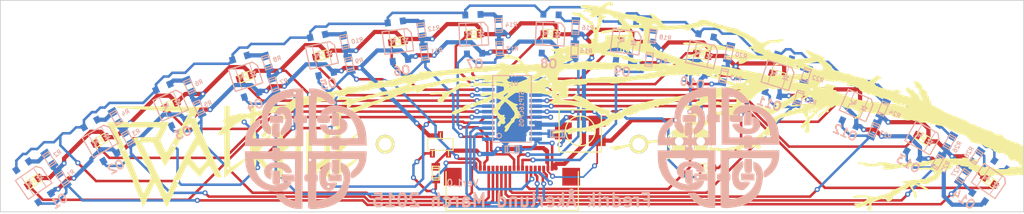
<source format=kicad_pcb>
(kicad_pcb (version 4) (host pcbnew "(2015-03-13 BZR 5510)-product")
  (layers (0 F.Cu signal) (31 B.Cu signal) (34 B.Paste user hide) (35 F.Paste user hide) (36 B.SilkS user) (37 F.SilkS user) (38 B.Mask user) (39 F.Mask user hide) (44 Edge.Cuts user hide))
  (net 0 "")
  (net 1 GND)
  (net 2 VDD50)
  (net 3 ADC0)
  (net 4 ADC2)
  (net 5 ADC3)
  (net 6 ADC4)
  (net 7 ADC5)
  (net 8 ADC6)
  (net 9 ADC7)
  (net 10 ADC8)
  (net 11 ADC9)
  (net 12 ADC1)
  (net 13 ADC13)
  (net 14 SENS_NFET)
  (net 15 ADC12)
  (net 16 ADC11)
  (net 17 ADC10)
  (net 18 /MOS_DRAIN)
  (net 19 "Net-(O1-Pad2)")
  (net 20 "Net-(O2-Pad2)")
  (net 21 "Net-(O3-Pad2)")
  (net 22 "Net-(O4-Pad2)")
  (net 23 "Net-(O5-Pad2)")
  (net 24 "Net-(O6-Pad2)")
  (net 25 "Net-(O7-Pad2)")
  (net 26 "Net-(O8-Pad2)")
  (net 27 "Net-(O9-Pad2)")
  (net 28 "Net-(O10-Pad2)")
  (net 29 "Net-(O11-Pad2)")
  (net 30 "Net-(O12-Pad2)")
  (net 31 "Net-(O13-Pad2)")
  (net 32 "Net-(O14-Pad2)")
  (net 33 "Net-(D1-Pad2)")
  (net 34 "Net-(D2-Pad2)")
  (net 35 "Net-(D3-Pad2)")
  (net 36 "Net-(D4-Pad2)")
  (net 37 "Net-(D5-Pad2)")
  (net 38 "Net-(D6-Pad2)")
  (net 39 "Net-(D7-Pad2)")
  (net 40 "Net-(D8-Pad2)")
  (net 41 "Net-(D9-Pad2)")
  (net 42 "Net-(D10-Pad2)")
  (net 43 "Net-(D11-Pad2)")
  (net 44 "Net-(D12-Pad2)")
  (net 45 "Net-(D13-Pad2)")
  (net 46 "Net-(D14-Pad2)")
  (net 47 "Net-(D15-Pad2)")
  (net 48 "Net-(D16-Pad2)")
  (net 49 SPI2_MOSI)
  (net 50 LED_LE)
  (net 51 SPI2_CLK)
  (net 52 "Net-(R29-Pad1)")
  (net 53 "Net-(R29-Pad2)")
  (module freaquency:lf_sensors_v1 (layer F.Cu) (at 152.79 101.74)
    (fp_text reference U2 hide)
    (fp_text value drill hide)
  )
  (module freaquency:walknut_text (layer F.Cu) (at 120.07 95.08)
    (fp_text reference G*** hide)
    (fp_text value LOGO hide)
  )
  (module freaquency:walknut_c3 (layer B.Cu) (at 177.19 94.2)
    (fp_text reference G*** hide)
    (fp_text value LOGO hide)
  )
  (module freaquency:walknut_c3 (layer B.Cu) (at 128.38 94.31)
    (fp_text reference G*** hide)
    (fp_text value LOGO hide)
  )
  (module freaquency:tree (layer F.Cu) (at 165.71 89.26 180)
    (fp_text reference G*** hide)
    (fp_text value LOGO hide)
  )
  (module smd_jst_FLZ_20pin (layer F.Cu) (at 152.79 96.57 180)
    (fp_text reference J1 hide)
    (fp_text value HEADER_20 hide)
    (pad 1 smd rect (at -4.75 -0.02 270) (size 0.6 0.35) (layers F.Cu F.Paste F.Mask) (net 2 VDD50))
    (pad 2 smd rect (at -4.25 -0.02 270) (size 0.6 0.35) (layers F.Cu F.Paste F.Mask) (net 1 GND))
    (pad 3 smd rect (at -3.75 -0.02 270) (size 0.6 0.35) (layers F.Cu F.Paste F.Mask) (net 49 SPI2_MOSI))
    (pad 4 smd rect (at -3.25 -0.02 270) (size 0.6 0.35) (layers F.Cu F.Paste F.Mask) (net 14 SENS_NFET))
    (pad 5 smd rect (at -2.75 -0.02 270) (size 0.6 0.35) (layers F.Cu F.Paste F.Mask) (net 50 LED_LE))
    (pad 6 smd rect (at -2.25 -0.02 270) (size 0.6 0.35) (layers F.Cu F.Paste F.Mask) (net 51 SPI2_CLK))
    (pad 7 smd rect (at -1.75 -0.02 270) (size 0.6 0.35) (layers F.Cu F.Paste F.Mask) (net 11 ADC9))
    (pad 8 smd rect (at -1.25 -0.02 270) (size 0.6 0.35) (layers F.Cu F.Paste F.Mask) (net 10 ADC8))
    (pad 9 smd rect (at -0.75 -0.02 270) (size 0.6 0.35) (layers F.Cu F.Paste F.Mask) (net 9 ADC7))
    (pad 10 smd rect (at -0.25 -0.02 270) (size 0.6 0.35) (layers F.Cu F.Paste F.Mask) (net 8 ADC6))
    (pad 11 smd rect (at 0.25 -0.02 270) (size 0.6 0.35) (layers F.Cu F.Paste F.Mask) (net 17 ADC10))
    (pad 12 smd rect (at 0.75 -0.02 270) (size 0.6 0.35) (layers F.Cu F.Paste F.Mask) (net 16 ADC11))
    (pad 13 smd rect (at 1.25 -0.02 270) (size 0.6 0.35) (layers F.Cu F.Paste F.Mask) (net 15 ADC12))
    (pad 14 smd rect (at 1.75 -0.02 270) (size 0.6 0.35) (layers F.Cu F.Paste F.Mask) (net 13 ADC13))
    (pad 15 smd rect (at 2.25 -0.02 270) (size 0.6 0.35) (layers F.Cu F.Paste F.Mask) (net 3 ADC0))
    (pad 16 smd rect (at 2.75 -0.02 270) (size 0.6 0.35) (layers F.Cu F.Paste F.Mask) (net 12 ADC1))
    (pad 17 smd rect (at 3.25 -0.02 270) (size 0.6 0.35) (layers F.Cu F.Paste F.Mask) (net 7 ADC5))
    (pad 18 smd rect (at 3.75 -0.02 270) (size 0.6 0.35) (layers F.Cu F.Paste F.Mask) (net 6 ADC4))
    (pad 19 smd rect (at 4.25 -0.02 270) (size 0.6 0.35) (layers F.Cu F.Paste F.Mask) (net 5 ADC3))
    (pad 20 smd rect (at 4.75 -0.02 270) (size 0.6 0.35) (layers F.Cu F.Paste F.Mask) (net 4 ADC2))
    (pad 21 smd rect (at -7 -1.02 270) (size 2.1 2.1) (layers F.Cu F.Paste F.Mask))
    (pad 22 smd rect (at 7 -1.02 270) (size 2.1 2.1) (layers F.Cu F.Paste F.Mask))
  )
  (module w_smd_cap:c_0603 (layer B.Cu) (at 152.8 94.35)
    (fp_text reference C1 hide)
    (fp_text value 10u hide)
    (pad 1 smd rect (at 0.75184 0) (size 0.89916 1.00076) (layers B.Cu B.Paste B.Mask) (net 2 VDD50))
    (pad 2 smd rect (at -0.75184 0) (size 0.89916 1.00076) (layers B.Cu B.Paste B.Mask) (net 1 GND))
  )
  (module w_smd_leds:Led_0603 (layer F.Cu) (at 96.2 98.17 214.5)
    (fp_text reference D1 hide)
    (fp_text value LED hide)
    (pad 1 smd rect (at -0.7493 0 214.5) (size 0.79756 0.79756) (layers F.Cu F.Paste F.Mask) (net 2 VDD50))
    (pad 2 smd rect (at 0.7493 0 214.5) (size 0.79756 0.79756) (layers F.Cu F.Paste F.Mask) (net 33 "Net-(D1-Pad2)"))
  )
  (module w_smd_leds:Led_0603 (layer F.Cu) (at 104.13 93.29 210)
    (fp_text reference D2 hide)
    (fp_text value LED hide)
    (pad 1 smd rect (at -0.7493 0 210) (size 0.79756 0.79756) (layers F.Cu F.Paste F.Mask) (net 2 VDD50))
    (pad 2 smd rect (at 0.7493 0 210) (size 0.79756 0.79756) (layers F.Cu F.Paste F.Mask) (net 34 "Net-(D2-Pad2)"))
  )
  (module w_smd_leds:Led_0603 (layer F.Cu) (at 112.44 89.14 203.5)
    (fp_text reference D3 hide)
    (fp_text value LED hide)
    (pad 1 smd rect (at -0.7493 0 203.5) (size 0.79756 0.79756) (layers F.Cu F.Paste F.Mask) (net 2 VDD50))
    (pad 2 smd rect (at 0.7493 0 203.5) (size 0.79756 0.79756) (layers F.Cu F.Paste F.Mask) (net 35 "Net-(D3-Pad2)"))
  )
  (module w_smd_leds:Led_0603 (layer F.Cu) (at 121.3 85.77 197.5)
    (fp_text reference D4 hide)
    (fp_text value LED hide)
    (pad 1 smd rect (at -0.7493 0 197.5) (size 0.79756 0.79756) (layers F.Cu F.Paste F.Mask) (net 2 VDD50))
    (pad 2 smd rect (at 0.7493 0 197.5) (size 0.79756 0.79756) (layers F.Cu F.Paste F.Mask) (net 36 "Net-(D4-Pad2)"))
  )
  (module w_smd_leds:Led_0603 (layer F.Cu) (at 130.33 83.23 192.5)
    (fp_text reference D5 hide)
    (fp_text value LED hide)
    (pad 1 smd rect (at -0.7493 0 192.5) (size 0.79756 0.79756) (layers F.Cu F.Paste F.Mask) (net 2 VDD50))
    (pad 2 smd rect (at 0.7493 0 192.5) (size 0.79756 0.79756) (layers F.Cu F.Paste F.Mask) (net 37 "Net-(D5-Pad2)"))
  )
  (module w_smd_leds:Led_0603 (layer F.Cu) (at 139.31 81.61 187.5)
    (fp_text reference D6 hide)
    (fp_text value LED hide)
    (pad 1 smd rect (at -0.7493 0 187.5) (size 0.79756 0.79756) (layers F.Cu F.Paste F.Mask) (net 2 VDD50))
    (pad 2 smd rect (at 0.7493 0 187.5) (size 0.79756 0.79756) (layers F.Cu F.Paste F.Mask) (net 38 "Net-(D6-Pad2)"))
  )
  (module w_smd_leds:Led_0603 (layer F.Cu) (at 148.29 80.76 182.5)
    (fp_text reference D7 hide)
    (fp_text value LED hide)
    (pad 1 smd rect (at -0.7493 0 182.5) (size 0.79756 0.79756) (layers F.Cu F.Paste F.Mask) (net 2 VDD50))
    (pad 2 smd rect (at 0.7493 0 182.5) (size 0.79756 0.79756) (layers F.Cu F.Paste F.Mask) (net 39 "Net-(D7-Pad2)"))
  )
  (module w_smd_leds:Led_0603 (layer F.Cu) (at 157.31 80.71 177.5)
    (fp_text reference D8 hide)
    (fp_text value LED hide)
    (pad 1 smd rect (at -0.7493 0 177.5) (size 0.79756 0.79756) (layers F.Cu F.Paste F.Mask) (net 2 VDD50))
    (pad 2 smd rect (at 0.7493 0 177.5) (size 0.79756 0.79756) (layers F.Cu F.Paste F.Mask) (net 40 "Net-(D8-Pad2)"))
  )
  (module w_smd_leds:Led_0603 (layer F.Cu) (at 166.26 81.55 172.5)
    (fp_text reference D9 (at 0 -1.09982 172.5) (layer F.SilkS) (effects (font (size 0.59944 0.59944) (thickness 0.11938))))
    (fp_text value LED hide)
    (pad 1 smd rect (at -0.7493 0 172.5) (size 0.79756 0.79756) (layers F.Cu F.Paste F.Mask) (net 2 VDD50))
    (pad 2 smd rect (at 0.7493 0 172.5) (size 0.79756 0.79756) (layers F.Cu F.Paste F.Mask) (net 41 "Net-(D9-Pad2)"))
  )
  (module w_smd_leds:Led_0603 (layer F.Cu) (at 175.3 83.15 167.5)
    (fp_text reference D10 hide)
    (fp_text value LED hide)
    (pad 1 smd rect (at -0.7493 0 167.5) (size 0.79756 0.79756) (layers F.Cu F.Paste F.Mask) (net 2 VDD50))
    (pad 2 smd rect (at 0.7493 0 167.5) (size 0.79756 0.79756) (layers F.Cu F.Paste F.Mask) (net 42 "Net-(D10-Pad2)"))
  )
  (module w_smd_leds:Led_0603 (layer F.Cu) (at 184.27 85.62 162.5)
    (fp_text reference D11 hide)
    (fp_text value LED hide)
    (pad 1 smd rect (at -0.7493 0 162.5) (size 0.79756 0.79756) (layers F.Cu F.Paste F.Mask) (net 2 VDD50))
    (pad 2 smd rect (at 0.7493 0 162.5) (size 0.79756 0.79756) (layers F.Cu F.Paste F.Mask) (net 43 "Net-(D11-Pad2)"))
  )
  (module w_smd_leds:Led_0603 (layer F.Cu) (at 193.27 89.03 157)
    (fp_text reference D12 hide)
    (fp_text value LED hide)
    (pad 1 smd rect (at -0.7493 0 157) (size 0.79756 0.79756) (layers F.Cu F.Paste F.Mask) (net 2 VDD50))
    (pad 2 smd rect (at 0.7493 0 157) (size 0.79756 0.79756) (layers F.Cu F.Paste F.Mask) (net 44 "Net-(D12-Pad2)"))
  )
  (module w_smd_leds:Led_0603 (layer F.Cu) (at 201.39 93.04 150)
    (fp_text reference D13 hide)
    (fp_text value LED hide)
    (pad 1 smd rect (at -0.7493 0 150) (size 0.79756 0.79756) (layers F.Cu F.Paste F.Mask) (net 2 VDD50))
    (pad 2 smd rect (at 0.7493 0 150) (size 0.79756 0.79756) (layers F.Cu F.Paste F.Mask) (net 45 "Net-(D13-Pad2)"))
  )
  (module w_smd_leds:Led_0603 (layer F.Cu) (at 209.25 98.09 325.5)
    (fp_text reference D14 hide)
    (fp_text value LED hide)
    (pad 1 smd rect (at -0.7493 0 325.5) (size 0.79756 0.79756) (layers F.Cu F.Paste F.Mask) (net 2 VDD50))
    (pad 2 smd rect (at 0.7493 0 325.5) (size 0.79756 0.79756) (layers F.Cu F.Paste F.Mask) (net 46 "Net-(D14-Pad2)"))
  )
  (module w_smd_leds:Led_0603 (layer F.Cu) (at 175.79 96.55 180)
    (fp_text reference D15 hide)
    (fp_text value LED hide)
    (pad 1 smd rect (at -0.7493 0 180) (size 0.79756 0.79756) (layers F.Cu F.Paste F.Mask) (net 2 VDD50))
    (pad 2 smd rect (at 0.7493 0 180) (size 0.79756 0.79756) (layers F.Cu F.Paste F.Mask) (net 47 "Net-(D15-Pad2)"))
  )
  (module w_smd_leds:Led_0603 (layer F.Cu) (at 129.78 96.56)
    (fp_text reference D16 hide)
    (fp_text value LED hide)
    (pad 1 smd rect (at -0.7493 0) (size 0.79756 0.79756) (layers F.Cu F.Paste F.Mask) (net 2 VDD50))
    (pad 2 smd rect (at 0.7493 0) (size 0.79756 0.79756) (layers F.Cu F.Paste F.Mask) (net 48 "Net-(D16-Pad2)"))
  )
  (module crf_1:pinhead-1X02 (layer F.Cu) (at 173.84 93.41 180)
    (fp_text reference J5 hide)
    (fp_text value HEADER_2 hide)
    (pad 1 thru_hole oval (at -1.27 0 180) (size 1.524 3.048) (drill 1.016) (layers *.Cu *.Mask F.SilkS) (net 18 /MOS_DRAIN))
    (pad 2 thru_hole oval (at 1.27 0 180) (size 1.524 3.048) (drill 1.016) (layers *.Cu *.Mask F.SilkS) (net 1 GND))
  )
  (module w_smd_resistors:r_0603 (layer B.Cu) (at 99.65 97.83 124.5)
    (fp_text reference R1 (at -0.010645 1.14542 214.5) (layer B.SilkS) (effects (font (size 0.5 0.5) (thickness 0.1)) (justify mirror)))
    (fp_text value 10k hide)
    (pad 1 smd rect (at 0.75184 0 124.5) (size 0.89916 1.00076) (layers B.Cu B.Paste B.Mask) (net 2 VDD50))
    (pad 2 smd rect (at -0.75184 0 124.5) (size 0.89916 1.00076) (layers B.Cu B.Paste B.Mask) (net 3 ADC0))
  )
  (module w_smd_resistors:r_0603 (layer B.Cu) (at 98.08 95.52 304.5)
    (fp_text reference R2 (at -0.016656 -1.176317 394.5) (layer B.SilkS) (effects (font (size 0.5 0.5) (thickness 0.1)) (justify mirror)))
    (fp_text value 150 hide)
    (pad 1 smd rect (at 0.75184 0 304.5) (size 0.89916 1.00076) (layers B.Cu B.Paste B.Mask) (net 2 VDD50))
    (pad 2 smd rect (at -0.75184 0 304.5) (size 0.89916 1.00076) (layers B.Cu B.Paste B.Mask) (net 19 "Net-(O1-Pad2)"))
  )
  (module w_smd_resistors:r_0603 (layer B.Cu) (at 107.35 93.02 120)
    (fp_text reference R3 (at 0.072701 1.205203 210) (layer B.SilkS) (effects (font (size 0.5 0.5) (thickness 0.1)) (justify mirror)))
    (fp_text value 10k hide)
    (pad 1 smd rect (at 0.75184 0 120) (size 0.89916 1.00076) (layers B.Cu B.Paste B.Mask) (net 2 VDD50))
    (pad 2 smd rect (at -0.75184 0 120) (size 0.89916 1.00076) (layers B.Cu B.Paste B.Mask) (net 12 ADC1))
  )
  (module w_smd_resistors:r_0603 (layer B.Cu) (at 105.97 90.61 300)
    (fp_text reference R4 (at 0.049576 -1.26477 390) (layer B.SilkS) (effects (font (size 0.5 0.5) (thickness 0.1)) (justify mirror)))
    (fp_text value 150 hide)
    (pad 1 smd rect (at 0.75184 0 300) (size 0.89916 1.00076) (layers B.Cu B.Paste B.Mask) (net 2 VDD50))
    (pad 2 smd rect (at -0.75184 0 300) (size 0.89916 1.00076) (layers B.Cu B.Paste B.Mask) (net 20 "Net-(O2-Pad2)"))
  )
  (module w_smd_resistors:r_0603 (layer B.Cu) (at 115.75 89.42 113.5)
    (fp_text reference R5 (at -0.021959 1.179033 203.5) (layer B.SilkS) (effects (font (size 0.5 0.5) (thickness 0.1)) (justify mirror)))
    (fp_text value 10k hide)
    (pad 1 smd rect (at 0.75184 0 113.5) (size 0.89916 1.00076) (layers B.Cu B.Paste B.Mask) (net 2 VDD50))
    (pad 2 smd rect (at -0.75184 0 113.5) (size 0.89916 1.00076) (layers B.Cu B.Paste B.Mask) (net 4 ADC2))
  )
  (module w_smd_resistors:r_0603 (layer B.Cu) (at 114.65 86.91 293.5)
    (fp_text reference R6 (at 0.048276 -1.189399 383.5) (layer B.SilkS) (effects (font (size 0.5 0.5) (thickness 0.1)) (justify mirror)))
    (fp_text value 150 hide)
    (pad 1 smd rect (at 0.75184 0 293.5) (size 0.89916 1.00076) (layers B.Cu B.Paste B.Mask) (net 2 VDD50))
    (pad 2 smd rect (at -0.75184 0 293.5) (size 0.89916 1.00076) (layers B.Cu B.Paste B.Mask) (net 21 "Net-(O3-Pad2)"))
  )
  (module w_smd_resistors:r_0603 (layer B.Cu) (at 124.63 86.67 107.5)
    (fp_text reference R7 (at -0.04612 1.243693 197.5) (layer B.SilkS) (effects (font (size 0.5 0.5) (thickness 0.1)) (justify mirror)))
    (fp_text value 10k hide)
    (pad 1 smd rect (at 0.75184 0 107.5) (size 0.89916 1.00076) (layers B.Cu B.Paste B.Mask) (net 2 VDD50))
    (pad 2 smd rect (at -0.75184 0 107.5) (size 0.89916 1.00076) (layers B.Cu B.Paste B.Mask) (net 5 ADC3))
  )
  (module w_smd_resistors:r_0603 (layer B.Cu) (at 123.81 84.06 287.5)
    (fp_text reference R8 (at -0.017633 -1.27428 377.5) (layer B.SilkS) (effects (font (size 0.5 0.5) (thickness 0.1)) (justify mirror)))
    (fp_text value 150 hide)
    (pad 1 smd rect (at 0.75184 0 287.5) (size 0.89916 1.00076) (layers B.Cu B.Paste B.Mask) (net 2 VDD50))
    (pad 2 smd rect (at -0.75184 0 287.5) (size 0.89916 1.00076) (layers B.Cu B.Paste B.Mask) (net 22 "Net-(O4-Pad2)"))
  )
  (module w_smd_resistors:r_0603 (layer B.Cu) (at 133.57 84.3 102.5)
    (fp_text reference R9 (at 0.149211 1.221244 192.5) (layer B.SilkS) (effects (font (size 0.5 0.5) (thickness 0.1)) (justify mirror)))
    (fp_text value 10k hide)
    (pad 1 smd rect (at 0.75184 0 102.5) (size 0.89916 1.00076) (layers B.Cu B.Paste B.Mask) (net 2 VDD50))
    (pad 2 smd rect (at -0.75184 0 102.5) (size 0.89916 1.00076) (layers B.Cu B.Paste B.Mask) (net 6 ADC4))
  )
  (module w_smd_resistors:r_0603 (layer B.Cu) (at 132.98 81.64 282.5)
    (fp_text reference R10 (at 0.182544 -1.516436 372.5) (layer B.SilkS) (effects (font (size 0.5 0.5) (thickness 0.1)) (justify mirror)))
    (fp_text value 150 hide)
    (pad 1 smd rect (at 0.75184 0 282.5) (size 0.89916 1.00076) (layers B.Cu B.Paste B.Mask) (net 2 VDD50))
    (pad 2 smd rect (at -0.75184 0 282.5) (size 0.89916 1.00076) (layers B.Cu B.Paste B.Mask) (net 23 "Net-(O5-Pad2)"))
  )
  (module w_smd_resistors:r_0603 (layer B.Cu) (at 142.45 82.96 97.5)
    (fp_text reference R11 (at 0.062514 1.440483 187.5) (layer B.SilkS) (effects (font (size 0.5 0.5) (thickness 0.1)) (justify mirror)))
    (fp_text value 10k hide)
    (pad 1 smd rect (at 0.75184 0 97.5) (size 0.89916 1.00076) (layers B.Cu B.Paste B.Mask) (net 2 VDD50))
    (pad 2 smd rect (at -0.75184 0 97.5) (size 0.89916 1.00076) (layers B.Cu B.Paste B.Mask) (net 7 ADC5))
  )
  (module w_smd_resistors:r_0603 (layer B.Cu) (at 142.09 80.25 277.5)
    (fp_text reference R12 (at 0.000888 -1.462395 367.5) (layer B.SilkS) (effects (font (size 0.5 0.5) (thickness 0.1)) (justify mirror)))
    (fp_text value 150 hide)
    (pad 1 smd rect (at 0.75184 0 277.5) (size 0.89916 1.00076) (layers B.Cu B.Paste B.Mask) (net 2 VDD50))
    (pad 2 smd rect (at -0.75184 0 277.5) (size 0.89916 1.00076) (layers B.Cu B.Paste B.Mask) (net 24 "Net-(O6-Pad2)"))
  )
  (module w_smd_resistors:r_0603 (layer B.Cu) (at 151.34 82.43 92.5)
    (fp_text reference R13 (at -0.104955 1.486837 182.5) (layer B.SilkS) (effects (font (size 0.5 0.5) (thickness 0.1)) (justify mirror)))
    (fp_text value 10k hide)
    (pad 1 smd rect (at 0.75184 0 92.5) (size 0.89916 1.00076) (layers B.Cu B.Paste B.Mask) (net 2 VDD50))
    (pad 2 smd rect (at -0.75184 0 92.5) (size 0.89916 1.00076) (layers B.Cu B.Paste B.Mask) (net 8 ADC6))
  )
  (module w_smd_resistors:r_0603 (layer B.Cu) (at 151.22 79.69 272.5)
    (fp_text reference R14 (at -0.005377 -1.481645 362.5) (layer B.SilkS) (effects (font (size 0.5 0.5) (thickness 0.1)) (justify mirror)))
    (fp_text value 150 hide)
    (pad 1 smd rect (at 0.75184 0 272.5) (size 0.89916 1.00076) (layers B.Cu B.Paste B.Mask) (net 2 VDD50))
    (pad 2 smd rect (at -0.75184 0 272.5) (size 0.89916 1.00076) (layers B.Cu B.Paste B.Mask) (net 25 "Net-(O7-Pad2)"))
  )
  (module w_smd_resistors:r_0603 (layer B.Cu) (at 160.19 82.67 87.5)
    (fp_text reference R15 (at 0.001124 1.401285 177.5) (layer B.SilkS) (effects (font (size 0.5 0.5) (thickness 0.1)) (justify mirror)))
    (fp_text value 10k hide)
    (pad 1 smd rect (at 0.75184 0 87.5) (size 0.89916 1.00076) (layers B.Cu B.Paste B.Mask) (net 2 VDD50))
    (pad 2 smd rect (at -0.75184 0 87.5) (size 0.89916 1.00076) (layers B.Cu B.Paste B.Mask) (net 9 ADC7))
  )
  (module w_smd_resistors:r_0603 (layer B.Cu) (at 160.31 79.92 267.5)
    (fp_text reference R16 (at 0.006249 -1.461664 357.5) (layer B.SilkS) (effects (font (size 0.5 0.5) (thickness 0.1)) (justify mirror)))
    (fp_text value 150 hide)
    (pad 1 smd rect (at 0.75184 0 267.5) (size 0.89916 1.00076) (layers B.Cu B.Paste B.Mask) (net 2 VDD50))
    (pad 2 smd rect (at -0.75184 0 267.5) (size 0.89916 1.00076) (layers B.Cu B.Paste B.Mask) (net 26 "Net-(O8-Pad2)"))
  )
  (module w_smd_resistors:r_0603 (layer B.Cu) (at 169.02 83.74 82.5)
    (fp_text reference R17 (at 0.019412 1.44987 172.5) (layer B.SilkS) (effects (font (size 0.5 0.5) (thickness 0.1)) (justify mirror)))
    (fp_text value 10k hide)
    (pad 1 smd rect (at 0.75184 0 82.5) (size 0.89916 1.00076) (layers B.Cu B.Paste B.Mask) (net 2 VDD50))
    (pad 2 smd rect (at -0.75184 0 82.5) (size 0.89916 1.00076) (layers B.Cu B.Paste B.Mask) (net 10 ADC8))
  )
  (module w_smd_resistors:r_0603 (layer B.Cu) (at 169.4 80.97 262.5)
    (fp_text reference R18 (at -0.021245 -1.540405 352.5) (layer B.SilkS) (effects (font (size 0.5 0.5) (thickness 0.1)) (justify mirror)))
    (fp_text value 150 hide)
    (pad 1 smd rect (at 0.75184 0 262.5) (size 0.89916 1.00076) (layers B.Cu B.Paste B.Mask) (net 2 VDD50))
    (pad 2 smd rect (at -0.75184 0 262.5) (size 0.89916 1.00076) (layers B.Cu B.Paste B.Mask) (net 27 "Net-(O9-Pad2)"))
  )
  (module w_smd_resistors:r_0603 (layer B.Cu) (at 177.83 85.65 77.5)
    (fp_text reference R19 (at 0.011186 1.482725 167.5) (layer B.SilkS) (effects (font (size 0.5 0.5) (thickness 0.1)) (justify mirror)))
    (fp_text value 10k hide)
    (pad 1 smd rect (at 0.75184 0 77.5) (size 0.89916 1.00076) (layers B.Cu B.Paste B.Mask) (net 2 VDD50))
    (pad 2 smd rect (at -0.75184 0 77.5) (size 0.89916 1.00076) (layers B.Cu B.Paste B.Mask) (net 11 ADC9))
  )
  (module w_smd_resistors:r_0603 (layer B.Cu) (at 178.47 82.91 257.5)
    (fp_text reference R20 (at 0.032195 -1.471857 347.5) (layer B.SilkS) (effects (font (size 0.5 0.5) (thickness 0.1)) (justify mirror)))
    (fp_text value 150 hide)
    (pad 1 smd rect (at 0.75184 0 257.5) (size 0.89916 1.00076) (layers B.Cu B.Paste B.Mask) (net 2 VDD50))
    (pad 2 smd rect (at -0.75184 0 257.5) (size 0.89916 1.00076) (layers B.Cu B.Paste B.Mask) (net 28 "Net-(O10-Pad2)"))
  )
  (module w_smd_resistors:r_0603 (layer B.Cu) (at 186.72 88.24 72.5)
    (fp_text reference R21 (at -0.004661 1.44844 162.5) (layer B.SilkS) (effects (font (size 0.5 0.5) (thickness 0.1)) (justify mirror)))
    (fp_text value 10k hide)
    (pad 1 smd rect (at 0.75184 0 72.5) (size 0.89916 1.00076) (layers B.Cu B.Paste B.Mask) (net 2 VDD50))
    (pad 2 smd rect (at -0.75184 0 72.5) (size 0.89916 1.00076) (layers B.Cu B.Paste B.Mask) (net 17 ADC10))
  )
  (module w_smd_resistors:r_0603 (layer B.Cu) (at 187.57 85.59 252.5)
    (fp_text reference R22 (at 0.001654 -1.457977 342.5) (layer B.SilkS) (effects (font (size 0.5 0.5) (thickness 0.1)) (justify mirror)))
    (fp_text value 150 hide)
    (pad 1 smd rect (at 0.75184 0 252.5) (size 0.89916 1.00076) (layers B.Cu B.Paste B.Mask) (net 2 VDD50))
    (pad 2 smd rect (at -0.75184 0 252.5) (size 0.89916 1.00076) (layers B.Cu B.Paste B.Mask) (net 29 "Net-(O11-Pad2)"))
  )
  (module w_smd_resistors:r_0603 (layer B.Cu) (at 195.59 92.05 66.5)
    (fp_text reference R23 (at -0.007932 1.507825 156.5) (layer B.SilkS) (effects (font (size 0.5 0.5) (thickness 0.1)) (justify mirror)))
    (fp_text value 10k hide)
    (pad 1 smd rect (at 0.75184 0 66.5) (size 0.89916 1.00076) (layers B.Cu B.Paste B.Mask) (net 2 VDD50))
    (pad 2 smd rect (at -0.75184 0 66.5) (size 0.89916 1.00076) (layers B.Cu B.Paste B.Mask) (net 16 ADC11))
  )
  (module w_smd_resistors:r_0603 (layer B.Cu) (at 196.68 89.54 246.5)
    (fp_text reference R24 (at 0.02654 -1.515155 336.5) (layer B.SilkS) (effects (font (size 0.5 0.5) (thickness 0.1)) (justify mirror)))
    (fp_text value 150 hide)
    (pad 1 smd rect (at 0.75184 0 246.5) (size 0.89916 1.00076) (layers B.Cu B.Paste B.Mask) (net 2 VDD50))
    (pad 2 smd rect (at -0.75184 0 246.5) (size 0.89916 1.00076) (layers B.Cu B.Paste B.Mask) (net 30 "Net-(O12-Pad2)"))
  )
  (module w_smd_resistors:r_0603 (layer B.Cu) (at 203.15 95.86 60)
    (fp_text reference R25 (at -0.013135 1.082925 240) (layer B.SilkS) (effects (font (size 0.5 0.5) (thickness 0.1)) (justify mirror)))
    (fp_text value 10k hide)
    (pad 1 smd rect (at 0.75184 0 60) (size 0.89916 1.00076) (layers B.Cu B.Paste B.Mask) (net 2 VDD50))
    (pad 2 smd rect (at -0.75184 0 60) (size 0.89916 1.00076) (layers B.Cu B.Paste B.Mask) (net 15 ADC12))
  )
  (module w_smd_resistors:r_0603 (layer B.Cu) (at 204.54 93.47 240)
    (fp_text reference R26 (at 0.057842 -1.084045 420) (layer B.SilkS) (effects (font (size 0.5 0.5) (thickness 0.1)) (justify mirror)))
    (fp_text value 150 hide)
    (pad 1 smd rect (at 0.75184 0 240) (size 0.89916 1.00076) (layers B.Cu B.Paste B.Mask) (net 2 VDD50))
    (pad 2 smd rect (at -0.75184 0 240) (size 0.89916 1.00076) (layers B.Cu B.Paste B.Mask) (net 31 "Net-(O13-Pad2)"))
  )
  (module w_smd_resistors:r_0603 (layer B.Cu) (at 206.14 97.52 55.5)
    (fp_text reference R27 (at 0.049592 -1.004809 235.5) (layer B.SilkS) (effects (font (size 0.5 0.5) (thickness 0.1)) (justify mirror)))
    (fp_text value 10k hide)
    (pad 1 smd rect (at 0.75184 0 55.5) (size 0.89916 1.00076) (layers B.Cu B.Paste B.Mask) (net 2 VDD50))
    (pad 2 smd rect (at -0.75184 0 55.5) (size 0.89916 1.00076) (layers B.Cu B.Paste B.Mask) (net 13 ADC13))
  )
  (module w_smd_resistors:r_0603 (layer B.Cu) (at 207.71 95.25 235.5)
    (fp_text reference R28 (at 0.039504 1.028513 415.5) (layer B.SilkS) (effects (font (size 0.5 0.5) (thickness 0.1)) (justify mirror)))
    (fp_text value 150 hide)
    (pad 1 smd rect (at 0.75184 0 235.5) (size 0.89916 1.00076) (layers B.Cu B.Paste B.Mask) (net 2 VDD50))
    (pad 2 smd rect (at -0.75184 0 235.5) (size 0.89916 1.00076) (layers B.Cu B.Paste B.Mask) (net 32 "Net-(O14-Pad2)"))
  )
  (module w_smd_resistors:r_0603 (layer B.Cu) (at 158.18 92.5)
    (fp_text reference R29 hide)
    (fp_text value 1k hide)
    (pad 1 smd rect (at 0.75184 0) (size 0.89916 1.00076) (layers B.Cu B.Paste B.Mask) (net 52 "Net-(R29-Pad1)"))
    (pad 2 smd rect (at -0.75184 0) (size 0.89916 1.00076) (layers B.Cu B.Paste B.Mask) (net 53 "Net-(R29-Pad2)"))
  )
  (module w_smd_resistors:r_0603 (layer F.Cu) (at 143.78 97.17 270)
    (fp_text reference R30 hide)
    (fp_text value 10k hide)
    (pad 1 smd rect (at 0.75184 0 270) (size 0.89916 1.00076) (layers F.Cu F.Paste F.Mask) (net 14 SENS_NFET))
    (pad 2 smd rect (at -0.75184 0 270) (size 0.89916 1.00076) (layers F.Cu F.Paste F.Mask) (net 1 GND))
  )
  (module w_smd_dil:tssop-24 (layer B.Cu) (at 152.79 89.57 90)
    (fp_text reference U1 (at 3 0.25 360) (layer B.SilkS) (effects (font (size 0.50038 0.50038) (thickness 0.09906)) (justify mirror)))
    (fp_text value STP16CP05 (at 0 1.143 90) (layer B.SilkS) (effects (font (size 0.50038 0.50038) (thickness 0.09906)) (justify mirror)))
    (pad 6 smd rect (at -0.32512 -2.79908 90) (size 0.4191 1.47066) (layers B.Cu B.Paste B.Mask) (net 34 "Net-(D2-Pad2)"))
    (pad 7 smd rect (at 0.32512 -2.79908 90) (size 0.4191 1.47066) (layers B.Cu B.Paste B.Mask) (net 35 "Net-(D3-Pad2)"))
    (pad 8 smd rect (at 0.97536 -2.79908 90) (size 0.4191 1.47066) (layers B.Cu B.Paste B.Mask) (net 36 "Net-(D4-Pad2)"))
    (pad 9 smd rect (at 1.6256 -2.79908 90) (size 0.4191 1.47066) (layers B.Cu B.Paste B.Mask) (net 37 "Net-(D5-Pad2)"))
    (pad 22 smd rect (at -2.26568 2.794 90) (size 0.4191 1.47066) (layers B.Cu B.Paste B.Mask) (net 1 GND))
    (pad 3 smd rect (at -2.27584 -2.79908 90) (size 0.4191 1.47066) (layers B.Cu B.Paste B.Mask) (net 51 SPI2_CLK))
    (pad 4 smd rect (at -1.6256 -2.79908 90) (size 0.4191 1.47066) (layers B.Cu B.Paste B.Mask) (net 50 LED_LE))
    (pad 5 smd rect (at -0.97536 -2.79908 90) (size 0.4191 1.47066) (layers B.Cu B.Paste B.Mask) (net 33 "Net-(D1-Pad2)"))
    (pad 15 smd rect (at 2.27584 2.79908 90) (size 0.4191 1.47066) (layers B.Cu B.Paste B.Mask) (net 43 "Net-(D11-Pad2)"))
    (pad 16 smd rect (at 1.6256 2.79908 90) (size 0.4191 1.47066) (layers B.Cu B.Paste B.Mask) (net 44 "Net-(D12-Pad2)"))
    (pad 17 smd rect (at 0.97536 2.79908 90) (size 0.4191 1.47066) (layers B.Cu B.Paste B.Mask) (net 45 "Net-(D13-Pad2)"))
    (pad 18 smd rect (at 0.32512 2.79908 90) (size 0.4191 1.47066) (layers B.Cu B.Paste B.Mask) (net 46 "Net-(D14-Pad2)"))
    (pad 19 smd rect (at -0.32512 2.79908 90) (size 0.4191 1.47066) (layers B.Cu B.Paste B.Mask) (net 47 "Net-(D15-Pad2)"))
    (pad 20 smd rect (at -0.97536 2.79908 90) (size 0.4191 1.47066) (layers B.Cu B.Paste B.Mask) (net 48 "Net-(D16-Pad2)"))
    (pad 10 smd rect (at 2.27584 -2.79908 90) (size 0.4191 1.47066) (layers B.Cu B.Paste B.Mask) (net 38 "Net-(D6-Pad2)"))
    (pad 21 smd rect (at -1.6256 2.794 90) (size 0.4191 1.47066) (layers B.Cu B.Paste B.Mask) (net 1 GND))
    (pad 2 smd rect (at -2.92608 -2.79908 90) (size 0.4191 1.47066) (layers B.Cu B.Paste B.Mask) (net 49 SPI2_MOSI))
    (pad 11 smd rect (at 2.92608 -2.79908 90) (size 0.4191 1.47066) (layers B.Cu B.Paste B.Mask) (net 39 "Net-(D7-Pad2)"))
    (pad 14 smd rect (at 2.92608 2.79908 90) (size 0.4191 1.47066) (layers B.Cu B.Paste B.Mask) (net 42 "Net-(D10-Pad2)"))
    (pad 23 smd rect (at -2.92608 2.79908 90) (size 0.4191 1.47066) (layers B.Cu B.Paste B.Mask) (net 53 "Net-(R29-Pad2)"))
    (pad 1 smd rect (at -3.57378 -2.79908 90) (size 0.4191 1.47066) (layers B.Cu B.Paste B.Mask) (net 1 GND))
    (pad 12 smd rect (at 3.57378 -2.79908 90) (size 0.4191 1.47066) (layers B.Cu B.Paste B.Mask) (net 40 "Net-(D8-Pad2)"))
    (pad 13 smd rect (at 3.57378 2.79908 90) (size 0.4191 1.47066) (layers B.Cu B.Paste B.Mask) (net 41 "Net-(D9-Pad2)"))
    (pad 24 smd rect (at -3.57378 2.79908 90) (size 0.4191 1.47066) (layers B.Cu B.Paste B.Mask) (net 2 VDD50))
  )
  (module freaquency:smd_r_pot_5x5mm (layer F.Cu) (at 160.87 92.17 270)
    (fp_text reference RV1 hide)
    (fp_text value POT hide)
    (pad 3 smd rect (at 1.15 -2 270) (size 1.3 2) (layers F.Cu F.Paste F.Mask) (net 1 GND))
    (pad 1 smd rect (at -1.15 -2 270) (size 1.3 2) (layers F.Cu F.Paste F.Mask) (net 1 GND))
    (pad 2 smd rect (at 0 2 270) (size 2 2) (layers F.Cu F.Paste F.Mask) (net 52 "Net-(R29-Pad1)"))
  )
  (module freaquency:smd_opto_ITR8307 (layer B.Cu) (at 96.22 98.19 214.5)
    (fp_text reference O1 (at -1.219601 -3.592641 214.5) (layer B.SilkS) (effects (font (thickness 0.2)) (justify mirror)))
    (fp_text value ITR8307/TR8 hide)
    (pad 1 smd rect (at -0.9 -2.3 214.5) (size 0.7 0.8) (layers B.Cu B.Paste B.Mask) (net 18 /MOS_DRAIN))
    (pad 2 smd rect (at -0.9 2.3 214.5) (size 0.7 0.8) (layers B.Cu B.Paste B.Mask) (net 19 "Net-(O1-Pad2)"))
    (pad 3 smd rect (at 0.9 -2.3 214.5) (size 0.7 0.8) (layers B.Cu B.Paste B.Mask) (net 3 ADC0))
    (pad 4 smd rect (at 0.9 2.3 214.5) (size 0.7 0.8) (layers B.Cu B.Paste B.Mask) (net 18 /MOS_DRAIN))
  )
  (module freaquency:smd_opto_ITR8307 (layer B.Cu) (at 104.1 93.29 210)
    (fp_text reference O2 (at -0.044468 -3.66298 210) (layer B.SilkS) (effects (font (thickness 0.2)) (justify mirror)))
    (fp_text value ITR8307/TR8 hide)
    (pad 1 smd rect (at -0.9 -2.3 210) (size 0.7 0.8) (layers B.Cu B.Paste B.Mask) (net 18 /MOS_DRAIN))
    (pad 2 smd rect (at -0.9 2.3 210) (size 0.7 0.8) (layers B.Cu B.Paste B.Mask) (net 20 "Net-(O2-Pad2)"))
    (pad 3 smd rect (at 0.9 -2.3 210) (size 0.7 0.8) (layers B.Cu B.Paste B.Mask) (net 12 ADC1))
    (pad 4 smd rect (at 0.9 2.3 210) (size 0.7 0.8) (layers B.Cu B.Paste B.Mask) (net 18 /MOS_DRAIN))
  )
  (module freaquency:smd_opto_ITR8307 (layer B.Cu) (at 112.43 89.1 203.5)
    (fp_text reference O3 (at -0.015061 -3.626813 203.5) (layer B.SilkS) (effects (font (thickness 0.2)) (justify mirror)))
    (fp_text value ITR8307/TR8 hide)
    (pad 1 smd rect (at -0.9 -2.3 203.5) (size 0.7 0.8) (layers B.Cu B.Paste B.Mask) (net 18 /MOS_DRAIN))
    (pad 2 smd rect (at -0.9 2.3 203.5) (size 0.7 0.8) (layers B.Cu B.Paste B.Mask) (net 21 "Net-(O3-Pad2)"))
    (pad 3 smd rect (at 0.9 -2.3 203.5) (size 0.7 0.8) (layers B.Cu B.Paste B.Mask) (net 4 ADC2))
    (pad 4 smd rect (at 0.9 2.3 203.5) (size 0.7 0.8) (layers B.Cu B.Paste B.Mask) (net 18 /MOS_DRAIN))
  )
  (module freaquency:smd_opto_ITR8307 (layer B.Cu) (at 121.3 85.7 197.5)
    (fp_text reference O4 (at -0.011138 -3.589481 197.5) (layer B.SilkS) (effects (font (thickness 0.2)) (justify mirror)))
    (fp_text value ITR8307/TR8 hide)
    (pad 1 smd rect (at -0.9 -2.3 197.5) (size 0.7 0.8) (layers B.Cu B.Paste B.Mask) (net 18 /MOS_DRAIN))
    (pad 2 smd rect (at -0.9 2.3 197.5) (size 0.7 0.8) (layers B.Cu B.Paste B.Mask) (net 22 "Net-(O4-Pad2)"))
    (pad 3 smd rect (at 0.9 -2.3 197.5) (size 0.7 0.8) (layers B.Cu B.Paste B.Mask) (net 5 ADC3))
    (pad 4 smd rect (at 0.9 2.3 197.5) (size 0.7 0.8) (layers B.Cu B.Paste B.Mask) (net 18 /MOS_DRAIN))
  )
  (module freaquency:smd_opto_ITR8307 (layer B.Cu) (at 130.31 83.19 192.5)
    (fp_text reference O5 (at -0.005031 -3.53488 192.5) (layer B.SilkS) (effects (font (thickness 0.2)) (justify mirror)))
    (fp_text value ITR8307/TR8 hide)
    (pad 1 smd rect (at -0.9 -2.3 192.5) (size 0.7 0.8) (layers B.Cu B.Paste B.Mask) (net 18 /MOS_DRAIN))
    (pad 2 smd rect (at -0.9 2.3 192.5) (size 0.7 0.8) (layers B.Cu B.Paste B.Mask) (net 23 "Net-(O5-Pad2)"))
    (pad 3 smd rect (at 0.9 -2.3 192.5) (size 0.7 0.8) (layers B.Cu B.Paste B.Mask) (net 6 ADC4))
    (pad 4 smd rect (at 0.9 2.3 192.5) (size 0.7 0.8) (layers B.Cu B.Paste B.Mask) (net 18 /MOS_DRAIN))
  )
  (module freaquency:smd_opto_ITR8307 (layer B.Cu) (at 139.29 81.56 187.5)
    (fp_text reference O6 (at -0.009137 -3.531404 187.5) (layer B.SilkS) (effects (font (thickness 0.2)) (justify mirror)))
    (fp_text value ITR8307/TR8 hide)
    (pad 1 smd rect (at -0.9 -2.3 187.5) (size 0.7 0.8) (layers B.Cu B.Paste B.Mask) (net 18 /MOS_DRAIN))
    (pad 2 smd rect (at -0.9 2.3 187.5) (size 0.7 0.8) (layers B.Cu B.Paste B.Mask) (net 24 "Net-(O6-Pad2)"))
    (pad 3 smd rect (at 0.9 -2.3 187.5) (size 0.7 0.8) (layers B.Cu B.Paste B.Mask) (net 7 ADC5))
    (pad 4 smd rect (at 0.9 2.3 187.5) (size 0.7 0.8) (layers B.Cu B.Paste B.Mask) (net 18 /MOS_DRAIN))
  )
  (module freaquency:smd_opto_ITR8307 (layer B.Cu) (at 148.27 80.73 182.5)
    (fp_text reference O7 (at 0.014546 -3.542737 182.5) (layer B.SilkS) (effects (font (thickness 0.2)) (justify mirror)))
    (fp_text value ITR8307/TR8 hide)
    (pad 1 smd rect (at -0.9 -2.3 182.5) (size 0.7 0.8) (layers B.Cu B.Paste B.Mask) (net 18 /MOS_DRAIN))
    (pad 2 smd rect (at -0.9 2.3 182.5) (size 0.7 0.8) (layers B.Cu B.Paste B.Mask) (net 25 "Net-(O7-Pad2)"))
    (pad 3 smd rect (at 0.9 -2.3 182.5) (size 0.7 0.8) (layers B.Cu B.Paste B.Mask) (net 8 ADC6))
    (pad 4 smd rect (at 0.9 2.3 182.5) (size 0.7 0.8) (layers B.Cu B.Paste B.Mask) (net 18 /MOS_DRAIN))
  )
  (module freaquency:smd_opto_ITR8307 (layer B.Cu) (at 157.31 80.71 177.5)
    (fp_text reference O8 (at 0.016734 -3.514075 177.5) (layer B.SilkS) (effects (font (thickness 0.2)) (justify mirror)))
    (fp_text value ITR8307/TR8 hide)
    (pad 1 smd rect (at -0.9 -2.3 177.5) (size 0.7 0.8) (layers B.Cu B.Paste B.Mask) (net 18 /MOS_DRAIN))
    (pad 2 smd rect (at -0.9 2.3 177.5) (size 0.7 0.8) (layers B.Cu B.Paste B.Mask) (net 26 "Net-(O8-Pad2)"))
    (pad 3 smd rect (at 0.9 -2.3 177.5) (size 0.7 0.8) (layers B.Cu B.Paste B.Mask) (net 9 ADC7))
    (pad 4 smd rect (at 0.9 2.3 177.5) (size 0.7 0.8) (layers B.Cu B.Paste B.Mask) (net 18 /MOS_DRAIN))
  )
  (module freaquency:smd_opto_ITR8307 (layer B.Cu) (at 166.28 81.64 172.5)
    (fp_text reference O9 (at 0.009137 -3.531404 172.5) (layer B.SilkS) (effects (font (thickness 0.2)) (justify mirror)))
    (fp_text value ITR8307/TR8 hide)
    (pad 1 smd rect (at -0.9 -2.3 172.5) (size 0.7 0.8) (layers B.Cu B.Paste B.Mask) (net 18 /MOS_DRAIN))
    (pad 2 smd rect (at -0.9 2.3 172.5) (size 0.7 0.8) (layers B.Cu B.Paste B.Mask) (net 27 "Net-(O9-Pad2)"))
    (pad 3 smd rect (at 0.9 -2.3 172.5) (size 0.7 0.8) (layers B.Cu B.Paste B.Mask) (net 10 ADC8))
    (pad 4 smd rect (at 0.9 2.3 172.5) (size 0.7 0.8) (layers B.Cu B.Paste B.Mask) (net 18 /MOS_DRAIN))
  )
  (module freaquency:smd_opto_ITR8307 (layer B.Cu) (at 175.26 83.13 167.5)
    (fp_text reference O10 (at 0.377083 -3.566148 167.5) (layer B.SilkS) (effects (font (thickness 0.2)) (justify mirror)))
    (fp_text value ITR8307/TR8 hide)
    (pad 1 smd rect (at -0.9 -2.3 167.5) (size 0.7 0.8) (layers B.Cu B.Paste B.Mask) (net 18 /MOS_DRAIN))
    (pad 2 smd rect (at -0.9 2.3 167.5) (size 0.7 0.8) (layers B.Cu B.Paste B.Mask) (net 28 "Net-(O10-Pad2)"))
    (pad 3 smd rect (at 0.9 -2.3 167.5) (size 0.7 0.8) (layers B.Cu B.Paste B.Mask) (net 11 ADC9))
    (pad 4 smd rect (at 0.9 2.3 167.5) (size 0.7 0.8) (layers B.Cu B.Paste B.Mask) (net 18 /MOS_DRAIN))
  )
  (module freaquency:smd_opto_ITR8307 (layer B.Cu) (at 184.28 85.6 162.5)
    (fp_text reference O11 (at 0.003576 -3.5137 162.5) (layer B.SilkS) (effects (font (thickness 0.2)) (justify mirror)))
    (fp_text value ITR8307/TR8 hide)
    (pad 1 smd rect (at -0.9 -2.3 162.5) (size 0.7 0.8) (layers B.Cu B.Paste B.Mask) (net 18 /MOS_DRAIN))
    (pad 2 smd rect (at -0.9 2.3 162.5) (size 0.7 0.8) (layers B.Cu B.Paste B.Mask) (net 29 "Net-(O11-Pad2)"))
    (pad 3 smd rect (at 0.9 -2.3 162.5) (size 0.7 0.8) (layers B.Cu B.Paste B.Mask) (net 17 ADC10))
    (pad 4 smd rect (at 0.9 2.3 162.5) (size 0.7 0.8) (layers B.Cu B.Paste B.Mask) (net 18 /MOS_DRAIN))
  )
  (module freaquency:smd_opto_ITR8307 (layer B.Cu) (at 193.6 89.16 156.5)
    (fp_text reference O12 (at 0.012755 -3.523058 156.5) (layer B.SilkS) (effects (font (thickness 0.2)) (justify mirror)))
    (fp_text value ITR8307/TR8 hide)
    (pad 1 smd rect (at -0.9 -2.3 156.5) (size 0.7 0.8) (layers B.Cu B.Paste B.Mask) (net 18 /MOS_DRAIN))
    (pad 2 smd rect (at -0.9 2.3 156.5) (size 0.7 0.8) (layers B.Cu B.Paste B.Mask) (net 30 "Net-(O12-Pad2)"))
    (pad 3 smd rect (at 0.9 -2.3 156.5) (size 0.7 0.8) (layers B.Cu B.Paste B.Mask) (net 16 ADC11))
    (pad 4 smd rect (at 0.9 2.3 156.5) (size 0.7 0.8) (layers B.Cu B.Paste B.Mask) (net 18 /MOS_DRAIN))
  )
  (module freaquency:smd_opto_ITR8307 (layer B.Cu) (at 201.41 93 150)
    (fp_text reference O13 (at -0.000795 -3.521377 150) (layer B.SilkS) (effects (font (thickness 0.2)) (justify mirror)))
    (fp_text value ITR8307/TR8 hide)
    (pad 1 smd rect (at -0.9 -2.3 150) (size 0.7 0.8) (layers B.Cu B.Paste B.Mask) (net 18 /MOS_DRAIN))
    (pad 2 smd rect (at -0.9 2.3 150) (size 0.7 0.8) (layers B.Cu B.Paste B.Mask) (net 31 "Net-(O13-Pad2)"))
    (pad 3 smd rect (at 0.9 -2.3 150) (size 0.7 0.8) (layers B.Cu B.Paste B.Mask) (net 15 ADC12))
    (pad 4 smd rect (at 0.9 2.3 150) (size 0.7 0.8) (layers B.Cu B.Paste B.Mask) (net 18 /MOS_DRAIN))
  )
  (module freaquency:smd_opto_ITR8307 (layer B.Cu) (at 209.28 98.1 145.5)
    (fp_text reference O14 (at 1.309207 -3.532885 145.5) (layer B.SilkS) (effects (font (thickness 0.2)) (justify mirror)))
    (fp_text value ITR8307/TR8 hide)
    (pad 1 smd rect (at -0.9 -2.3 145.5) (size 0.7 0.8) (layers B.Cu B.Paste B.Mask) (net 18 /MOS_DRAIN))
    (pad 2 smd rect (at -0.9 2.3 145.5) (size 0.7 0.8) (layers B.Cu B.Paste B.Mask) (net 32 "Net-(O14-Pad2)"))
    (pad 3 smd rect (at 0.9 -2.3 145.5) (size 0.7 0.8) (layers B.Cu B.Paste B.Mask) (net 13 ADC13))
    (pad 4 smd rect (at 0.9 2.3 145.5) (size 0.7 0.8) (layers B.Cu B.Paste B.Mask) (net 18 /MOS_DRAIN))
  )
  (module freaquency:drill_1.5mm (layer F.Cu) (at 137.79 93.74)
    (fp_text reference U3 hide)
    (fp_text value drill hide)
    (pad 1 thru_hole circle (at 0 0) (size 2.2 2.2) (drill 1.5) (layers *.Cu *.Mask F.SilkS))
  )
  (module freaquency:drill_1.5mm (layer F.Cu) (at 167.79 93.74)
    (fp_text reference U4 hide)
    (fp_text value drill hide)
    (pad 1 thru_hole circle (at 0 0) (size 2.2 2.2) (drill 1.5) (layers *.Cu *.Mask F.SilkS))
  )
  (module w_smd_trans:sot23 (layer F.Cu) (at 144.33 93.77)
    (fp_text reference Q1 hide)
    (fp_text value FET_N_GDS hide)
    (pad 1 smd rect (at -0.9525 1.05664) (size 0.59944 1.00076) (layers F.Cu F.Paste F.Mask) (net 14 SENS_NFET))
    (pad 2 smd rect (at 0 -1.05664) (size 0.59944 1.00076) (layers F.Cu F.Paste F.Mask) (net 18 /MOS_DRAIN))
    (pad 3 smd rect (at 0.9525 1.05664) (size 0.59944 1.00076) (layers F.Cu F.Paste F.Mask) (net 1 GND))
  )
  (gr_line (start 92.29 101.74) (end 152.79 101.74) (angle 90) (layer Edge.Cuts) (width 0.1))
  (gr_line (start 92.29 76.74) (end 92.29 101.74) (angle 90) (layer Edge.Cuts) (width 0.1))
  (gr_line (start 213.29 76.74) (end 92.29 76.74) (angle 90) (layer Edge.Cuts) (width 0.1))
  (gr_line (start 213.29 101.74) (end 213.29 76.74) (angle 90) (layer Edge.Cuts) (width 0.1))
  (gr_line (start 152.79 101.74) (end 213.29 101.74) (angle 90) (layer Edge.Cuts) (width 0.1))
  (gr_text "Fredrik Åkerlund March 2015" (at 152.78 100.38) (layer B.SilkS) (effects (font (size 1.5 1.5) (thickness 0.3)) (justify mirror)))
  (gr_text Ver1.0 (at 146.94 98.33) (layer B.SilkS) (effects (font (size 0.8 0.8)) (justify mirror)))
  (segment (start 154.2 93.25) (end 154.2 92.37) (width 0.5) (layer B.Cu) (net 1))
  (segment (start 154.2 92.37) (end 154.73432 91.83568) (width 0.5) (layer B.Cu) (net 1))
  (segment (start 152.04816 94.35) (end 152.04816 93.64184) (width 0.5) (layer B.Cu) (net 1))
  (segment (start 152.04816 93.64184) (end 152.44 93.25) (width 0.5) (layer B.Cu) (net 1))
  (segment (start 152.44 93.25) (end 154.2 93.25) (width 0.5) (layer B.Cu) (net 1))
  (segment (start 152.04816 93.64184) (end 152.44 93.25) (width 0.5) (layer B.Cu) (net 1))
  (segment (start 153.58 93) (end 153.54 93.04) (width 0.5) (layer B.Cu) (net 1))
  (segment (start 153.54 93.04) (end 152.6 93.04) (width 0.5) (layer B.Cu) (net 1))
  (segment (start 152.08 92.37) (end 152.1 92.35) (width 0.5) (layer B.Cu) (net 1))
  (segment (start 152.1 92.35) (end 152.93 92.35) (width 0.5) (layer B.Cu) (net 1))
  (segment (start 153.75 93.17) (end 153.58 93) (width 0.5) (layer B.Cu) (net 1))
  (segment (start 153.58 93) (end 152.93 92.35) (width 0.5) (layer B.Cu) (net 1))
  (segment (start 152.93 92.35) (end 152.55 91.97) (width 0.5) (layer B.Cu) (net 1))
  (segment (start 152.55 91.97) (end 152.08 91.97) (width 0.5) (layer B.Cu) (net 1))
  (segment (start 153.74 85.94) (end 153.76 85.96) (width 0.5) (layer B.Cu) (net 1))
  (segment (start 153.76 85.96) (end 153.76 91.94) (width 0.5) (layer B.Cu) (net 1))
  (segment (start 153.83 93.25) (end 153.75 93.17) (width 0.5) (layer B.Cu) (net 1))
  (segment (start 153.75 93.17) (end 153.42 92.84) (width 0.5) (layer B.Cu) (net 1))
  (segment (start 153.42 92.84) (end 153.42 85.94) (width 0.5) (layer B.Cu) (net 1))
  (segment (start 154.03 85.97) (end 154.03 91.67) (width 0.5) (layer B.Cu) (net 1))
  (segment (start 154.03 91.67) (end 153.76 91.94) (width 0.5) (layer B.Cu) (net 1))
  (segment (start 153.76 91.94) (end 153.65 92.05) (width 0.5) (layer B.Cu) (net 1))
  (segment (start 154.27 92.03) (end 154.27 86.21) (width 0.5) (layer B.Cu) (net 1))
  (segment (start 154.27 86.21) (end 154.03 85.97) (width 0.5) (layer B.Cu) (net 1))
  (segment (start 154.03 85.97) (end 154 85.94) (width 0.5) (layer B.Cu) (net 1))
  (segment (start 152.99 85.94) (end 152.99 91.39) (width 0.5) (layer B.Cu) (net 1))
  (segment (start 152.99 91.39) (end 153.65 92.05) (width 0.5) (layer B.Cu) (net 1))
  (segment (start 153.65 92.05) (end 154.27 92.67) (width 0.5) (layer B.Cu) (net 1))
  (segment (start 154.01 93.06) (end 152.55 91.6) (width 0.5) (layer B.Cu) (net 1))
  (segment (start 152.55 91.6) (end 152.55 85.94) (width 0.5) (layer B.Cu) (net 1))
  (segment (start 151.44 85.94) (end 151.78 86.28) (width 0.5) (layer B.Cu) (net 1))
  (segment (start 153.69 92.74) (end 154.01 93.06) (width 0.5) (layer B.Cu) (net 1))
  (segment (start 154.01 93.06) (end 154.2 93.25) (width 0.5) (layer B.Cu) (net 1))
  (segment (start 151.78 92.74) (end 153.69 92.74) (width 0.5) (layer B.Cu) (net 1))
  (segment (start 151.78 86.28) (end 151.78 92.74) (width 0.5) (layer B.Cu) (net 1))
  (segment (start 151.83 93.25) (end 151.38 92.8) (width 0.5) (layer B.Cu) (net 1))
  (segment (start 151.38 86) (end 151.44 85.94) (width 0.5) (layer B.Cu) (net 1))
  (segment (start 151.38 92.8) (end 151.38 86) (width 0.5) (layer B.Cu) (net 1))
  (segment (start 152.08 85.94) (end 152.08 91.97) (width 0.5) (layer B.Cu) (net 1))
  (segment (start 152.08 91.97) (end 152.08 92.37) (width 0.5) (layer B.Cu) (net 1))
  (segment (start 152.08 92.37) (end 152.08 92.89) (width 0.5) (layer B.Cu) (net 1))
  (segment (start 152.08 92.89) (end 152.44 93.25) (width 0.5) (layer B.Cu) (net 1))
  (segment (start 151.44 85.94) (end 151.44 85.94) (width 0.5) (layer B.Cu) (net 1))
  (segment (start 155.584 91.1956) (end 155.584 91.83568) (width 0.2) (layer B.Cu) (net 1))
  (segment (start 157.04 96.59) (end 157.04 96.964312) (width 0.2) (layer F.Cu) (net 1))
  (segment (start 162.87 95.99) (end 162.87 93.32) (width 0.2) (layer F.Cu) (net 1))
  (segment (start 162.56 96.3) (end 162.87 95.99) (width 0.2) (layer F.Cu) (net 1))
  (via (at 162.56 96.3) (size 0.6) (drill 0.3) (layers F.Cu B.Cu) (net 1))
  (segment (start 161.23 97.63) (end 162.56 96.3) (width 0.2) (layer B.Cu) (net 1))
  (segment (start 157.69 97.63) (end 161.23 97.63) (width 0.2) (layer B.Cu) (net 1))
  (segment (start 157.59 97.53) (end 157.69 97.63) (width 0.2) (layer B.Cu) (net 1))
  (via (at 157.59 97.53) (size 0.6) (drill 0.3) (layers F.Cu B.Cu) (net 1))
  (segment (start 157.59 97.514312) (end 157.59 97.53) (width 0.2) (layer F.Cu) (net 1))
  (segment (start 157.04 96.964312) (end 157.59 97.514312) (width 0.2) (layer F.Cu) (net 1))
  (segment (start 162.87 93.32) (end 164.52 93.32) (width 0.5) (layer F.Cu) (net 1))
  (segment (start 164.52 93.32) (end 166.93 90.91) (width 0.5) (layer F.Cu) (net 1))
  (segment (start 166.93 90.91) (end 172.15 90.91) (width 0.5) (layer F.Cu) (net 1))
  (via (at 172.15 90.91) (size 0.6) (drill 0.3) (layers F.Cu B.Cu) (net 1))
  (segment (start 172.15 90.91) (end 172.57 91.33) (width 0.5) (layer B.Cu) (net 1))
  (segment (start 172.57 91.33) (end 172.57 93.41) (width 0.5) (layer B.Cu) (net 1))
  (segment (start 154.46432 91.83568) (end 154.46432 86.06432) (width 0.3) (layer B.Cu) (net 1))
  (segment (start 154.34 85.94) (end 154 85.94) (width 0.3) (layer B.Cu) (net 1))
  (segment (start 154.46432 86.06432) (end 154.34 85.94) (width 0.3) (layer B.Cu) (net 1))
  (segment (start 154 85.94) (end 153.74 85.94) (width 0.3) (layer B.Cu) (net 1))
  (segment (start 153.74 85.94) (end 153.42 85.94) (width 0.3) (layer B.Cu) (net 1))
  (segment (start 153.42 85.94) (end 152.99 85.94) (width 0.3) (layer B.Cu) (net 1))
  (segment (start 152.99 85.94) (end 152.55 85.94) (width 0.3) (layer B.Cu) (net 1))
  (segment (start 151.11 92.92) (end 151.33378 93.14378) (width 0.3) (layer B.Cu) (net 1))
  (segment (start 151.11 86.09) (end 151.11 92.92) (width 0.3) (layer B.Cu) (net 1))
  (segment (start 151.26 85.94) (end 151.11 86.09) (width 0.3) (layer B.Cu) (net 1))
  (segment (start 152.55 85.94) (end 152.08 85.94) (width 0.3) (layer B.Cu) (net 1))
  (segment (start 152.08 85.94) (end 151.44 85.94) (width 0.3) (layer B.Cu) (net 1))
  (segment (start 151.44 85.94) (end 151.26 85.94) (width 0.3) (layer B.Cu) (net 1))
  (segment (start 143.78 96.41816) (end 143.78 96.03) (width 0.3) (layer F.Cu) (net 1))
  (segment (start 143.78 96.03) (end 144.98336 94.82664) (width 0.3) (layer F.Cu) (net 1))
  (segment (start 144.98336 94.82664) (end 145.2825 94.82664) (width 0.3) (layer F.Cu) (net 1))
  (segment (start 145.2825 94.82664) (end 145.36336 94.82664) (width 0.5) (layer F.Cu) (net 1))
  (segment (start 145.36336 94.82664) (end 145.68 94.51) (width 0.5) (layer F.Cu) (net 1))
  (segment (start 145.68 94.51) (end 148.59 94.51) (width 0.5) (layer F.Cu) (net 1))
  (segment (start 148.59 94.51) (end 148.98 94.9) (width 0.5) (layer F.Cu) (net 1))
  (via (at 148.98 94.9) (size 0.6) (layers F.Cu B.Cu) (net 1))
  (segment (start 148.98 94.9) (end 150.54 94.9) (width 0.5) (layer B.Cu) (net 1))
  (segment (start 150.54 94.9) (end 151.12 94.32) (width 0.5) (layer B.Cu) (net 1))
  (segment (start 155.584 91.1956) (end 155.8184 91.43) (width 0.5) (layer B.Cu) (net 1))
  (segment (start 159.87 90.69) (end 162.54 90.69) (width 0.5) (layer F.Cu) (net 1))
  (segment (start 159.76 90.58) (end 159.87 90.69) (width 0.5) (layer F.Cu) (net 1))
  (segment (start 159.22 90.58) (end 159.76 90.58) (width 0.5) (layer F.Cu) (net 1))
  (via (at 159.22 90.58) (size 0.6) (layers F.Cu B.Cu) (net 1))
  (segment (start 158.37 91.43) (end 159.22 90.58) (width 0.5) (layer B.Cu) (net 1))
  (segment (start 155.8184 91.43) (end 158.37 91.43) (width 0.5) (layer B.Cu) (net 1))
  (segment (start 162.54 90.69) (end 162.87 91.02) (width 0.5) (layer F.Cu) (net 1))
  (segment (start 162.87 91.02) (end 162.87 93.32) (width 0.5) (layer F.Cu) (net 1))
  (segment (start 151.44 93.25) (end 151.83 93.25) (width 0.3) (layer B.Cu) (net 1))
  (segment (start 151.83 93.25) (end 152.44 93.25) (width 0.3) (layer B.Cu) (net 1))
  (segment (start 152.44 93.25) (end 153.83 93.25) (width 0.3) (layer B.Cu) (net 1))
  (segment (start 153.83 93.25) (end 154.2 93.25) (width 0.3) (layer B.Cu) (net 1))
  (segment (start 154.2 93.25) (end 154.27 93.18) (width 0.3) (layer B.Cu) (net 1))
  (segment (start 154.27 93.18) (end 154.27 92.67) (width 0.3) (layer B.Cu) (net 1))
  (segment (start 154.27 92.03) (end 154.46432 91.83568) (width 0.3) (layer B.Cu) (net 1))
  (segment (start 154.27 92.67) (end 154.27 92.03) (width 0.3) (layer B.Cu) (net 1))
  (segment (start 154.46432 91.83568) (end 154.73432 91.83568) (width 0.3) (layer B.Cu) (net 1))
  (segment (start 154.73432 91.83568) (end 155.584 91.83568) (width 0.3) (layer B.Cu) (net 1))
  (segment (start 151.33378 93.14378) (end 151.44 93.25) (width 0.3) (layer B.Cu) (net 1))
  (segment (start 149.99092 93.14378) (end 151.33378 93.14378) (width 0.3) (layer B.Cu) (net 1))
  (segment (start 152.04816 93.85816) (end 152.04816 94.35) (width 0.3) (layer B.Cu) (net 1))
  (segment (start 151.44 93.25) (end 152.04816 93.85816) (width 0.3) (layer B.Cu) (net 1))
  (via (at 151.12 94.32) (size 0.6) (drill 0.3) (layers F.Cu B.Cu) (net 1))
  (segment (start 151.12 94.32) (end 151.13 94.32) (width 0.3) (layer F.Cu) (net 1))
  (segment (start 152.01816 94.32) (end 151.12 94.32) (width 0.3) (layer B.Cu) (net 1))
  (segment (start 152.04816 94.35) (end 152.01816 94.32) (width 0.3) (layer B.Cu) (net 1))
  (segment (start 156.849998 94.32) (end 157.04 94.510002) (width 0.3) (layer F.Cu) (net 1))
  (segment (start 157.04 94.510002) (end 157.04 96.59) (width 0.3) (layer F.Cu) (net 1))
  (segment (start 156.62 94.32) (end 156.849998 94.32) (width 0.3) (layer F.Cu) (net 1))
  (segment (start 156.5 94.2) (end 156.62 94.32) (width 0.5) (layer F.Cu) (net 1))
  (segment (start 154.19 94.2) (end 156.5 94.2) (width 0.5) (layer F.Cu) (net 1))
  (segment (start 154.07 94.32) (end 154.19 94.2) (width 0.5) (layer F.Cu) (net 1))
  (segment (start 151.12 94.32) (end 154.07 94.32) (width 0.5) (layer F.Cu) (net 1))
  (segment (start 156.62 94.47) (end 156.87 94.72) (width 0.3) (layer F.Cu) (net 1))
  (segment (start 156.87 94.72) (end 156.87 95.94) (width 0.3) (layer F.Cu) (net 1))
  (segment (start 156.62 94.32) (end 156.62 94.47) (width 0.3) (layer F.Cu) (net 1))
  (segment (start 157.96 96.59) (end 157.9 96.53) (width 0.5) (layer F.Cu) (net 2))
  (segment (start 157.54 96.59) (end 157.96 96.59) (width 0.3) (layer F.Cu) (net 2))
  (segment (start 161.3 84.48) (end 162.23 83.55) (width 0.5) (layer B.Cu) (net 2))
  (segment (start 161.3 92.18) (end 161.3 84.48) (width 0.5) (layer B.Cu) (net 2))
  (via (at 161.3 92.18) (size 0.6) (layers F.Cu B.Cu) (net 2))
  (segment (start 161.3 93.76) (end 161.3 92.18) (width 0.5) (layer F.Cu) (net 2))
  (segment (start 158.99 96.07) (end 161.3 93.76) (width 0.5) (layer F.Cu) (net 2))
  (segment (start 158.01 96.07) (end 158.99 96.07) (width 0.5) (layer F.Cu) (net 2))
  (segment (start 157.9 96.18) (end 158.01 96.07) (width 0.5) (layer F.Cu) (net 2))
  (segment (start 157.9 96.53) (end 157.9 96.18) (width 0.5) (layer F.Cu) (net 2))
  (segment (start 98.505847 96.492083) (end 99.224153 97.210389) (width 0.5) (layer B.Cu) (net 2))
  (segment (start 98.505847 96.139611) (end 98.505847 96.492083) (width 0.5) (layer B.Cu) (net 2))
  (segment (start 106.34592 91.740727) (end 106.97408 92.368887) (width 0.5) (layer B.Cu) (net 2))
  (segment (start 106.34592 91.261113) (end 106.34592 91.740727) (width 0.5) (layer B.Cu) (net 2))
  (segment (start 114.949795 88.230108) (end 115.450205 88.730518) (width 0.5) (layer B.Cu) (net 2))
  (segment (start 114.949795 87.599482) (end 114.949795 88.230108) (width 0.5) (layer B.Cu) (net 2))
  (segment (start 124.036083 85.585123) (end 124.403917 85.952957) (width 0.5) (layer B.Cu) (net 2))
  (segment (start 124.036083 84.777043) (end 124.036083 85.585123) (width 0.5) (layer B.Cu) (net 2))
  (segment (start 133.142728 83.301438) (end 133.407272 83.565982) (width 0.5) (layer B.Cu) (net 2))
  (segment (start 133.142728 82.374018) (end 133.142728 83.301438) (width 0.5) (layer B.Cu) (net 2))
  (segment (start 142.188135 82.050862) (end 142.351865 82.214592) (width 0.5) (layer B.Cu) (net 2))
  (segment (start 142.188135 80.995408) (end 142.188135 82.050862) (width 0.5) (layer B.Cu) (net 2))
  (segment (start 151.252795 81.624466) (end 151.307205 81.678876) (width 0.5) (layer B.Cu) (net 2))
  (segment (start 151.252795 80.441124) (end 151.252795 81.624466) (width 0.5) (layer B.Cu) (net 2))
  (segment (start 160.277205 81.864466) (end 160.222795 81.918876) (width 0.5) (layer B.Cu) (net 2))
  (segment (start 160.277205 80.671124) (end 160.277205 81.864466) (width 0.5) (layer B.Cu) (net 2))
  (segment (start 169.301865 82.810862) (end 169.118135 82.994592) (width 0.5) (layer B.Cu) (net 2))
  (segment (start 169.301865 81.715408) (end 169.301865 82.810862) (width 0.5) (layer B.Cu) (net 2))
  (segment (start 178.307272 84.601438) (end 177.992728 84.915982) (width 0.5) (layer B.Cu) (net 2))
  (segment (start 178.307272 83.644018) (end 178.307272 84.601438) (width 0.5) (layer B.Cu) (net 2))
  (segment (start 187.343917 87.125123) (end 186.946083 87.522957) (width 0.5) (layer B.Cu) (net 2))
  (segment (start 187.343917 86.307043) (end 187.343917 87.125123) (width 0.5) (layer B.Cu) (net 2))
  (segment (start 196.380205 90.870108) (end 195.889795 91.360518) (width 0.5) (layer B.Cu) (net 2))
  (segment (start 196.380205 90.229482) (end 196.380205 90.870108) (width 0.5) (layer B.Cu) (net 2))
  (segment (start 204.16408 94.570727) (end 203.52592 95.208887) (width 0.5) (layer B.Cu) (net 2))
  (segment (start 204.16408 94.121113) (end 204.16408 94.570727) (width 0.5) (layer B.Cu) (net 2))
  (segment (start 207.284153 96.182083) (end 206.565847 96.900389) (width 0.5) (layer B.Cu) (net 2))
  (segment (start 207.284153 95.869611) (end 207.284153 96.182083) (width 0.5) (layer B.Cu) (net 2))
  (segment (start 98.084408 97.745592) (end 99.82 96.01) (width 0.5) (layer F.Cu) (net 2))
  (via (at 99.82 96.01) (size 0.6) (layers F.Cu B.Cu) (net 2))
  (segment (start 99.82 96.01) (end 99.224153 96.605847) (width 0.5) (layer B.Cu) (net 2))
  (segment (start 99.224153 96.605847) (end 99.224153 97.210389) (width 0.5) (layer B.Cu) (net 2))
  (segment (start 96.817518 97.745592) (end 98.084408 97.745592) (width 0.5) (layer F.Cu) (net 2))
  (segment (start 99.82 95.42) (end 102.96 92.28) (width 0.5) (layer F.Cu) (net 2))
  (segment (start 102.96 92.28) (end 104.143563 92.28) (width 0.5) (layer F.Cu) (net 2))
  (segment (start 104.143563 92.28) (end 104.778913 92.91535) (width 0.5) (layer F.Cu) (net 2))
  (segment (start 99.82 96.01) (end 99.82 95.42) (width 0.5) (layer F.Cu) (net 2))
  (segment (start 106.97408 91.89592) (end 106.97408 92.368887) (width 0.5) (layer B.Cu) (net 2))
  (segment (start 105.95465 92.91535) (end 107.66 91.21) (width 0.5) (layer F.Cu) (net 2))
  (via (at 107.66 91.21) (size 0.6) (layers F.Cu B.Cu) (net 2))
  (segment (start 107.66 91.21) (end 106.97408 91.89592) (width 0.5) (layer B.Cu) (net 2))
  (segment (start 104.778913 92.91535) (end 105.95465 92.91535) (width 0.5) (layer F.Cu) (net 2))
  (segment (start 110.86 88.01) (end 112.295936 88.01) (width 0.5) (layer F.Cu) (net 2))
  (segment (start 112.295936 88.01) (end 113.127153 88.841217) (width 0.5) (layer F.Cu) (net 2))
  (segment (start 107.66 91.21) (end 110.86 88.01) (width 0.5) (layer F.Cu) (net 2))
  (segment (start 114.16837 87.8) (end 116.24 87.8) (width 0.5) (layer F.Cu) (net 2))
  (via (at 116.24 87.8) (size 0.6) (layers F.Cu B.Cu) (net 2))
  (segment (start 116.24 87.8) (end 116.24 87.940723) (width 0.5) (layer B.Cu) (net 2))
  (segment (start 116.24 87.940723) (end 115.450205 88.730518) (width 0.5) (layer B.Cu) (net 2))
  (segment (start 113.127153 88.841217) (end 114.16837 87.8) (width 0.5) (layer F.Cu) (net 2))
  (segment (start 119.41 84.63) (end 121.099939 84.63) (width 0.5) (layer F.Cu) (net 2))
  (segment (start 121.099939 84.63) (end 122.01462 85.544681) (width 0.5) (layer F.Cu) (net 2))
  (segment (start 116.24 87.8) (end 119.41 84.63) (width 0.5) (layer F.Cu) (net 2))
  (segment (start 122.499301 85.06) (end 125.34 85.06) (width 0.5) (layer F.Cu) (net 2))
  (via (at 125.34 85.06) (size 0.6) (layers F.Cu B.Cu) (net 2))
  (segment (start 125.34 85.06) (end 125.296874 85.06) (width 0.5) (layer B.Cu) (net 2))
  (segment (start 125.296874 85.06) (end 124.403917 85.952957) (width 0.5) (layer B.Cu) (net 2))
  (segment (start 122.01462 85.544681) (end 122.499301 85.06) (width 0.5) (layer F.Cu) (net 2))
  (segment (start 128.38 82.02) (end 130.013717 82.02) (width 0.5) (layer F.Cu) (net 2))
  (segment (start 130.013717 82.02) (end 131.061539 83.067822) (width 0.5) (layer F.Cu) (net 2))
  (segment (start 125.34 85.06) (end 128.38 82.02) (width 0.5) (layer F.Cu) (net 2))
  (segment (start 133.44871 82.68) (end 133.142728 82.374018) (width 0.5) (layer B.Cu) (net 2))
  (segment (start 131.449361 82.68) (end 134.34 82.68) (width 0.5) (layer F.Cu) (net 2))
  (via (at 134.34 82.68) (size 0.6) (layers F.Cu B.Cu) (net 2))
  (segment (start 134.34 82.68) (end 133.44871 82.68) (width 0.5) (layer B.Cu) (net 2))
  (segment (start 131.061539 83.067822) (end 131.449361 82.68) (width 0.5) (layer F.Cu) (net 2))
  (segment (start 136.55 80.47) (end 139.010693 80.47) (width 0.5) (layer F.Cu) (net 2))
  (segment (start 139.010693 80.47) (end 140.05289 81.512197) (width 0.5) (layer F.Cu) (net 2))
  (segment (start 134.34 82.68) (end 136.55 80.47) (width 0.5) (layer F.Cu) (net 2))
  (segment (start 142.492727 81.3) (end 142.188135 80.995408) (width 0.5) (layer B.Cu) (net 2))
  (via (at 143.37 81.3) (size 0.6) (layers F.Cu B.Cu) (net 2))
  (segment (start 143.37 81.3) (end 142.492727 81.3) (width 0.5) (layer B.Cu) (net 2))
  (segment (start 140.265087 81.3) (end 143.37 81.3) (width 0.5) (layer F.Cu) (net 2))
  (segment (start 140.05289 81.512197) (end 140.265087 81.3) (width 0.5) (layer F.Cu) (net 2))
  (segment (start 145.13 79.54) (end 148.48 79.54) (width 0.5) (layer F.Cu) (net 2))
  (segment (start 148.48 79.54) (end 149.038587 80.098587) (width 0.5) (layer F.Cu) (net 2))
  (segment (start 149.038587 80.098587) (end 149.038587 80.727316) (width 0.5) (layer F.Cu) (net 2))
  (segment (start 143.37 81.3) (end 145.13 79.54) (width 0.5) (layer F.Cu) (net 2))
  (segment (start 152.127316 80.727316) (end 152.35 80.95) (width 0.5) (layer F.Cu) (net 2))
  (via (at 152.35 80.95) (size 0.6) (layers F.Cu B.Cu) (net 2))
  (segment (start 152.35 80.95) (end 151.841124 80.441124) (width 0.5) (layer B.Cu) (net 2))
  (segment (start 151.841124 80.441124) (end 151.252795 80.441124) (width 0.5) (layer B.Cu) (net 2))
  (segment (start 149.038587 80.727316) (end 152.127316 80.727316) (width 0.5) (layer F.Cu) (net 2))
  (segment (start 153.85 79.45) (end 157.7 79.45) (width 0.5) (layer F.Cu) (net 2))
  (segment (start 157.7 79.45) (end 158.058587 79.808587) (width 0.5) (layer F.Cu) (net 2))
  (segment (start 158.058587 79.808587) (end 158.058587 80.742684) (width 0.5) (layer F.Cu) (net 2))
  (segment (start 152.35 80.95) (end 153.85 79.45) (width 0.5) (layer F.Cu) (net 2))
  (segment (start 161.102684 80.742684) (end 161.48 81.12) (width 0.5) (layer F.Cu) (net 2))
  (via (at 161.48 81.12) (size 0.6) (layers F.Cu B.Cu) (net 2))
  (segment (start 161.48 81.12) (end 161.031124 80.671124) (width 0.5) (layer B.Cu) (net 2))
  (segment (start 161.031124 80.671124) (end 160.277205 80.671124) (width 0.5) (layer B.Cu) (net 2))
  (segment (start 158.058587 80.742684) (end 161.102684 80.742684) (width 0.5) (layer F.Cu) (net 2))
  (segment (start 162.38 80.22) (end 166.66 80.22) (width 0.5) (layer F.Cu) (net 2))
  (segment (start 166.66 80.22) (end 167.00289 80.56289) (width 0.5) (layer F.Cu) (net 2))
  (segment (start 167.00289 80.56289) (end 167.00289 81.647803) (width 0.5) (layer F.Cu) (net 2))
  (segment (start 161.48 81.12) (end 162.38 80.22) (width 0.5) (layer F.Cu) (net 2))
  (segment (start 169.515408 81.715408) (end 169.301865 81.715408) (width 0.5) (layer B.Cu) (net 2))
  (segment (start 169.447803 81.647803) (end 170.42 82.62) (width 0.5) (layer F.Cu) (net 2))
  (via (at 170.42 82.62) (size 0.6) (layers F.Cu B.Cu) (net 2))
  (segment (start 170.42 82.62) (end 169.515408 81.715408) (width 0.5) (layer B.Cu) (net 2))
  (segment (start 167.00289 81.647803) (end 169.447803 81.647803) (width 0.5) (layer F.Cu) (net 2))
  (segment (start 171.33 81.71) (end 175.4 81.71) (width 0.5) (layer F.Cu) (net 2))
  (segment (start 175.4 81.71) (end 176.031539 82.341539) (width 0.5) (layer F.Cu) (net 2))
  (segment (start 176.031539 82.341539) (end 176.031539 83.312178) (width 0.5) (layer F.Cu) (net 2))
  (segment (start 170.42 82.62) (end 171.33 81.71) (width 0.5) (layer F.Cu) (net 2))
  (segment (start 178.022178 83.312178) (end 179.25 84.54) (width 0.5) (layer F.Cu) (net 2))
  (via (at 179.25 84.54) (size 0.6) (layers F.Cu B.Cu) (net 2))
  (segment (start 179.25 84.54) (end 178.874018 84.915982) (width 0.5) (layer B.Cu) (net 2))
  (segment (start 178.874018 84.915982) (end 177.992728 84.915982) (width 0.5) (layer B.Cu) (net 2))
  (segment (start 176.031539 83.312178) (end 178.022178 83.312178) (width 0.5) (layer F.Cu) (net 2))
  (segment (start 179.6 84.19) (end 184.75 84.19) (width 0.5) (layer F.Cu) (net 2))
  (segment (start 184.75 84.19) (end 184.98462 84.42462) (width 0.5) (layer F.Cu) (net 2))
  (segment (start 184.98462 84.42462) (end 184.98462 85.845319) (width 0.5) (layer F.Cu) (net 2))
  (segment (start 179.25 84.54) (end 179.6 84.19) (width 0.5) (layer F.Cu) (net 2))
  (segment (start 187.343917 86.373917) (end 187.343917 86.307043) (width 0.5) (layer B.Cu) (net 2))
  (segment (start 186.815319 85.845319) (end 188.23 87.26) (width 0.5) (layer F.Cu) (net 2))
  (via (at 188.23 87.26) (size 0.6) (layers F.Cu B.Cu) (net 2))
  (segment (start 188.23 87.26) (end 187.343917 86.373917) (width 0.5) (layer B.Cu) (net 2))
  (segment (start 184.98462 85.845319) (end 186.815319 85.845319) (width 0.5) (layer F.Cu) (net 2))
  (segment (start 193.34 87.26) (end 193.82 87.26) (width 0.5) (layer F.Cu) (net 2))
  (segment (start 193.82 87.26) (end 193.959734 87.399734) (width 0.5) (layer F.Cu) (net 2))
  (segment (start 193.959734 87.399734) (end 193.959734 89.322775) (width 0.5) (layer F.Cu) (net 2))
  (segment (start 188.23 87.26) (end 193.34 87.26) (width 0.5) (layer F.Cu) (net 2))
  (segment (start 196.380205 90.250205) (end 196.380205 90.229482) (width 0.5) (layer B.Cu) (net 2))
  (segment (start 195.452775 89.322775) (end 197.27 91.14) (width 0.5) (layer F.Cu) (net 2))
  (via (at 197.27 91.14) (size 0.6) (layers F.Cu B.Cu) (net 2))
  (segment (start 197.27 91.14) (end 196.380205 90.250205) (width 0.5) (layer B.Cu) (net 2))
  (segment (start 193.959734 89.322775) (end 195.452775 89.322775) (width 0.5) (layer F.Cu) (net 2))
  (segment (start 201.28 91.14) (end 202.038913 91.898913) (width 0.5) (layer F.Cu) (net 2))
  (segment (start 202.038913 91.898913) (end 202.038913 93.41465) (width 0.5) (layer F.Cu) (net 2))
  (segment (start 197.27 91.14) (end 201.28 91.14) (width 0.5) (layer F.Cu) (net 2))
  (segment (start 204.16408 94.51408) (end 204.16408 94.121113) (width 0.5) (layer B.Cu) (net 2))
  (segment (start 203.06465 93.41465) (end 204.83 95.18) (width 0.5) (layer F.Cu) (net 2))
  (via (at 204.83 95.18) (size 0.6) (layers F.Cu B.Cu) (net 2))
  (segment (start 204.83 95.18) (end 204.16408 94.51408) (width 0.5) (layer B.Cu) (net 2))
  (segment (start 202.038913 93.41465) (end 203.06465 93.41465) (width 0.5) (layer F.Cu) (net 2))
  (segment (start 206.14689 95.18) (end 208.632482 97.665592) (width 0.5) (layer F.Cu) (net 2))
  (segment (start 204.83 95.18) (end 206.14689 95.18) (width 0.5) (layer F.Cu) (net 2))
  (segment (start 155.58908 93.79092) (end 155.58908 93.14378) (width 0.3) (layer B.Cu) (net 2))
  (segment (start 155.03 94.35) (end 155.58908 93.79092) (width 0.3) (layer B.Cu) (net 2))
  (segment (start 154.59 94.35) (end 155.03 94.35) (width 0.3) (layer B.Cu) (net 2))
  (segment (start 153.55184 94.35) (end 154.59 94.35) (width 0.3) (layer B.Cu) (net 2))
  (segment (start 162.23 83.55) (end 162.23 83.54) (width 0.5) (layer B.Cu) (net 2))
  (segment (start 162.23 81.87) (end 162.23 83.55) (width 0.5) (layer F.Cu) (net 2))
  (via (at 162.23 83.55) (size 0.6) (drill 0.3) (layers F.Cu B.Cu) (net 2))
  (segment (start 161.48 81.12) (end 162.23 81.87) (width 0.5) (layer F.Cu) (net 2))
  (via (at 157.54 93.62) (size 0.6) (drill 0.3) (layers F.Cu B.Cu) (net 2))
  (segment (start 157.54 93.62) (end 156.0653 93.62) (width 0.3) (layer B.Cu) (net 2))
  (segment (start 156.0653 93.62) (end 155.58908 93.14378) (width 0.3) (layer B.Cu) (net 2))
  (segment (start 157.54 96.59) (end 157.54 93.62) (width 0.3) (layer F.Cu) (net 2))
  (segment (start 204.845458 95.18) (end 206.565847 96.900389) (width 0.5) (layer B.Cu) (net 2))
  (segment (start 204.83 95.18) (end 204.845458 95.18) (width 0.5) (layer B.Cu) (net 2))
  (segment (start 126.03 85.06) (end 128.85 87.88) (width 0.3) (layer F.Cu) (net 2))
  (via (at 128.85 87.88) (size 0.6) (drill 0.3) (layers F.Cu B.Cu) (net 2))
  (segment (start 128.85 87.88) (end 128.91 87.94) (width 0.3) (layer B.Cu) (net 2))
  (segment (start 128.91 87.94) (end 128.91 95.61) (width 0.3) (layer B.Cu) (net 2))
  (via (at 128.91 95.61) (size 0.6) (drill 0.3) (layers F.Cu B.Cu) (net 2))
  (segment (start 128.91 95.61) (end 129.0307 95.7307) (width 0.3) (layer F.Cu) (net 2))
  (segment (start 129.0307 95.7307) (end 129.0307 96.56) (width 0.3) (layer F.Cu) (net 2))
  (segment (start 125.34 85.06) (end 126.03 85.06) (width 0.3) (layer F.Cu) (net 2))
  (segment (start 177.21 96.55) (end 179.89 93.87) (width 0.3) (layer F.Cu) (net 2))
  (segment (start 179.89 93.87) (end 179.89 90.26) (width 0.3) (layer F.Cu) (net 2))
  (via (at 179.89 90.26) (size 0.6) (drill 0.3) (layers F.Cu B.Cu) (net 2))
  (segment (start 179.89 90.26) (end 180.66 89.49) (width 0.3) (layer B.Cu) (net 2))
  (segment (start 180.66 89.49) (end 180.66 86.64) (width 0.3) (layer B.Cu) (net 2))
  (via (at 180.66 86.64) (size 0.6) (drill 0.3) (layers F.Cu B.Cu) (net 2))
  (segment (start 180.66 86.64) (end 180.66 85.95) (width 0.3) (layer F.Cu) (net 2))
  (segment (start 180.66 85.95) (end 179.25 84.54) (width 0.3) (layer F.Cu) (net 2))
  (segment (start 176.5393 96.55) (end 177.21 96.55) (width 0.3) (layer F.Cu) (net 2))
  (segment (start 102.016236 100.39) (end 115.58 100.39) (width 0.3) (layer B.Cu) (net 3))
  (via (at 115.58 100.39) (size 0.6) (drill 0.3) (layers F.Cu B.Cu) (net 3))
  (segment (start 115.58 100.39) (end 135.15 100.39) (width 0.3) (layer F.Cu) (net 3))
  (segment (start 135.15 100.39) (end 135.68 100.92) (width 0.3) (layer F.Cu) (net 3))
  (segment (start 135.68 100.92) (end 150.01 100.92) (width 0.3) (layer F.Cu) (net 3))
  (segment (start 150.01 100.92) (end 150.54 100.39) (width 0.3) (layer F.Cu) (net 3))
  (segment (start 150.54 100.39) (end 150.54 96.59) (width 0.3) (layer F.Cu) (net 3))
  (segment (start 100.075847 98.449611) (end 102.016236 100.39) (width 0.3) (layer B.Cu) (net 3))
  (segment (start 100.075847 99.504153) (end 100.075847 98.449611) (width 0.3) (layer B.Cu) (net 3))
  (segment (start 98.81 100.77) (end 100.075847 99.504153) (width 0.3) (layer B.Cu) (net 3))
  (segment (start 96.955765 100.77) (end 98.81 100.77) (width 0.3) (layer B.Cu) (net 3))
  (segment (start 96.781021 100.595256) (end 96.955765 100.77) (width 0.3) (layer B.Cu) (net 3))
  (segment (start 116.049795 93.429795) (end 119.21 96.59) (width 0.3) (layer B.Cu) (net 4))
  (via (at 119.21 96.59) (size 0.6) (drill 0.3) (layers F.Cu B.Cu) (net 4))
  (segment (start 119.21 96.59) (end 122.109996 99.489996) (width 0.3) (layer F.Cu) (net 4))
  (segment (start 122.109996 99.489996) (end 135.579996 99.489996) (width 0.3) (layer F.Cu) (net 4))
  (segment (start 135.579996 99.489996) (end 136.09 100) (width 0.3) (layer F.Cu) (net 4))
  (segment (start 136.09 100) (end 147.5 100) (width 0.3) (layer F.Cu) (net 4))
  (segment (start 147.5 100) (end 148.04 99.46) (width 0.3) (layer F.Cu) (net 4))
  (segment (start 148.04 99.46) (end 148.04 96.59) (width 0.3) (layer F.Cu) (net 4))
  (segment (start 116.049795 90.960205) (end 116.049795 93.429795) (width 0.3) (layer B.Cu) (net 4))
  (segment (start 116.049795 90.109482) (end 116.049795 90.960205) (width 0.3) (layer B.Cu) (net 4))
  (segment (start 114.81 92.2) (end 116.049795 90.960205) (width 0.3) (layer B.Cu) (net 4))
  (segment (start 112.76 92.2) (end 114.81 92.2) (width 0.3) (layer B.Cu) (net 4))
  (segment (start 112.521769 91.961769) (end 112.76 92.2) (width 0.3) (layer B.Cu) (net 4))
  (segment (start 112.521769 91.568112) (end 112.521769 91.961769) (width 0.3) (layer B.Cu) (net 4))
  (segment (start 123.283126 88.96) (end 124.856083 87.387043) (width 0.3) (layer B.Cu) (net 5))
  (segment (start 121.74 88.96) (end 123.283126 88.96) (width 0.3) (layer B.Cu) (net 5))
  (segment (start 121.133278 88.353278) (end 121.74 88.96) (width 0.3) (layer B.Cu) (net 5))
  (segment (start 121.133278 88.164184) (end 121.133278 88.353278) (width 0.3) (layer B.Cu) (net 5))
  (segment (start 124.856083 97.006083) (end 127.47 99.62) (width 0.3) (layer B.Cu) (net 5))
  (segment (start 127.47 99.62) (end 141.83 99.62) (width 0.3) (layer B.Cu) (net 5))
  (segment (start 141.83 99.62) (end 144.99 96.46) (width 0.3) (layer B.Cu) (net 5))
  (segment (start 144.99 96.46) (end 144.99 95.98) (width 0.3) (layer B.Cu) (net 5))
  (via (at 144.99 95.98) (size 0.6) (drill 0.3) (layers F.Cu B.Cu) (net 5))
  (segment (start 144.99 95.98) (end 145.05 95.92) (width 0.3) (layer F.Cu) (net 5))
  (segment (start 145.05 95.92) (end 148.43 95.92) (width 0.3) (layer F.Cu) (net 5))
  (segment (start 148.43 95.92) (end 148.54 96.03) (width 0.3) (layer F.Cu) (net 5))
  (segment (start 148.54 96.03) (end 148.54 96.59) (width 0.3) (layer F.Cu) (net 5))
  (segment (start 124.856083 87.387043) (end 124.856083 97.006083) (width 0.3) (layer B.Cu) (net 5))
  (segment (start 129.929145 86.419145) (end 130.96 87.45) (width 0.3) (layer B.Cu) (net 6))
  (segment (start 130.96 87.45) (end 131.316746 87.45) (width 0.3) (layer B.Cu) (net 6))
  (segment (start 131.316746 87.45) (end 133.732728 85.034018) (width 0.3) (layer B.Cu) (net 6))
  (segment (start 129.929145 85.630276) (end 129.929145 86.419145) (width 0.3) (layer B.Cu) (net 6))
  (segment (start 133.732728 85.392728) (end 133.732728 85.034018) (width 0.3) (layer B.Cu) (net 6))
  (segment (start 149.04 95.893602) (end 148.616396 95.469998) (width 0.3) (layer F.Cu) (net 6))
  (segment (start 148.616396 95.469998) (end 146.479998 95.469998) (width 0.3) (layer F.Cu) (net 6))
  (segment (start 146.479998 95.469998) (end 146.24 95.23) (width 0.3) (layer F.Cu) (net 6))
  (via (at 146.24 95.23) (size 0.6) (drill 0.3) (layers F.Cu B.Cu) (net 6))
  (segment (start 146.24 95.23) (end 143.76 92.75) (width 0.3) (layer B.Cu) (net 6))
  (segment (start 143.76 92.75) (end 143.76 91.56) (width 0.3) (layer B.Cu) (net 6))
  (segment (start 143.76 91.56) (end 138.52 86.32) (width 0.3) (layer B.Cu) (net 6))
  (segment (start 138.52 86.32) (end 137.72 86.32) (width 0.3) (layer B.Cu) (net 6))
  (via (at 137.72 86.32) (size 0.6) (drill 0.3) (layers F.Cu B.Cu) (net 6))
  (segment (start 137.72 86.32) (end 137.46 86.06) (width 0.3) (layer F.Cu) (net 6))
  (segment (start 137.46 86.06) (end 134.4 86.06) (width 0.3) (layer F.Cu) (net 6))
  (via (at 134.4 86.06) (size 0.6) (drill 0.3) (layers F.Cu B.Cu) (net 6))
  (segment (start 134.4 86.06) (end 133.732728 85.392728) (width 0.3) (layer B.Cu) (net 6))
  (segment (start 149.04 96.59) (end 149.04 95.893602) (width 0.3) (layer F.Cu) (net 6))
  (segment (start 142.548135 83.705408) (end 142.548135 84.628135) (width 0.3) (layer B.Cu) (net 7))
  (segment (start 149.54 95.92) (end 149.54 96.59) (width 0.3) (layer F.Cu) (net 7))
  (segment (start 149.879998 95.580002) (end 149.54 95.92) (width 0.3) (layer F.Cu) (net 7))
  (segment (start 149.879998 93.506396) (end 149.879998 95.580002) (width 0.3) (layer F.Cu) (net 7))
  (segment (start 149.233602 92.86) (end 149.879998 93.506396) (width 0.3) (layer F.Cu) (net 7))
  (segment (start 146.88 92.86) (end 149.233602 92.86) (width 0.3) (layer F.Cu) (net 7))
  (segment (start 146.74 92.72) (end 146.88 92.86) (width 0.3) (layer F.Cu) (net 7))
  (via (at 146.74 92.72) (size 0.6) (drill 0.3) (layers F.Cu B.Cu) (net 7))
  (segment (start 145.86 91.84) (end 146.74 92.72) (width 0.3) (layer B.Cu) (net 7))
  (segment (start 145.86 87.94) (end 145.86 91.84) (width 0.3) (layer B.Cu) (net 7))
  (segment (start 142.548135 84.628135) (end 145.86 87.94) (width 0.3) (layer B.Cu) (net 7))
  (segment (start 138.69791 84.45791) (end 139.75 85.51) (width 0.3) (layer B.Cu) (net 7))
  (segment (start 139.75 85.51) (end 140.743543 85.51) (width 0.3) (layer B.Cu) (net 7))
  (segment (start 140.743543 85.51) (end 142.548135 83.705408) (width 0.3) (layer B.Cu) (net 7))
  (segment (start 138.69791 83.957797) (end 138.69791 84.45791) (width 0.3) (layer B.Cu) (net 7))
  (segment (start 153.04 96.59) (end 153.04 95.56) (width 0.3) (layer F.Cu) (net 8))
  (segment (start 146.38 84.158249) (end 147.471181 83.067068) (width 0.3) (layer B.Cu) (net 8))
  (segment (start 146.38 91.42) (end 146.38 84.158249) (width 0.3) (layer B.Cu) (net 8))
  (segment (start 146.7 91.74) (end 146.38 91.42) (width 0.3) (layer B.Cu) (net 8))
  (via (at 146.7 91.74) (size 0.6) (drill 0.3) (layers F.Cu B.Cu) (net 8))
  (segment (start 148.75 91.74) (end 146.7 91.74) (width 0.3) (layer F.Cu) (net 8))
  (segment (start 150.33 93.32) (end 148.75 91.74) (width 0.3) (layer F.Cu) (net 8))
  (segment (start 150.33 94.46) (end 150.33 93.32) (width 0.3) (layer F.Cu) (net 8))
  (segment (start 150.81 94.94) (end 150.33 94.46) (width 0.3) (layer F.Cu) (net 8))
  (segment (start 152.42 94.94) (end 150.81 94.94) (width 0.3) (layer F.Cu) (net 8))
  (segment (start 153.04 95.56) (end 152.42 94.94) (width 0.3) (layer F.Cu) (net 8))
  (segment (start 148.504113 84.1) (end 150.81 84.1) (width 0.3) (layer B.Cu) (net 8))
  (segment (start 150.81 84.1) (end 150.81 83.743919) (width 0.3) (layer B.Cu) (net 8))
  (segment (start 150.81 83.743919) (end 151.372795 83.181124) (width 0.3) (layer B.Cu) (net 8))
  (segment (start 147.471181 83.067068) (end 148.504113 84.1) (width 0.3) (layer B.Cu) (net 8))
  (segment (start 153.54 95.22) (end 153.54 96.59) (width 0.3) (layer F.Cu) (net 9))
  (segment (start 153.78 94.98) (end 153.54 95.22) (width 0.3) (layer F.Cu) (net 9))
  (segment (start 154.67 94.98) (end 153.78 94.98) (width 0.3) (layer F.Cu) (net 9))
  (via (at 154.67 94.98) (size 0.6) (drill 0.3) (layers F.Cu B.Cu) (net 9))
  (segment (start 158.49 94.98) (end 154.67 94.98) (width 0.3) (layer B.Cu) (net 9))
  (segment (start 160.64 92.83) (end 158.49 94.98) (width 0.3) (layer B.Cu) (net 9))
  (segment (start 160.64 84.29559) (end 160.64 92.83) (width 0.3) (layer B.Cu) (net 9))
  (segment (start 160.157205 83.812795) (end 160.64 84.29559) (width 0.3) (layer B.Cu) (net 9))
  (segment (start 160.157205 83.421124) (end 160.157205 83.812795) (width 0.3) (layer B.Cu) (net 9))
  (segment (start 157.651979 84.31) (end 159.268329 84.31) (width 0.3) (layer B.Cu) (net 9))
  (segment (start 159.268329 84.31) (end 160.157205 83.421124) (width 0.3) (layer B.Cu) (net 9))
  (segment (start 156.310532 82.968553) (end 157.651979 84.31) (width 0.3) (layer B.Cu) (net 9))
  (segment (start 154.04 95.63) (end 154.06 95.61) (width 0.3) (layer F.Cu) (net 10))
  (segment (start 154.06 95.61) (end 155.28 95.61) (width 0.3) (layer F.Cu) (net 10))
  (via (at 155.28 95.61) (size 0.6) (drill 0.3) (layers F.Cu B.Cu) (net 10))
  (segment (start 155.28 95.61) (end 158.496398 95.61) (width 0.3) (layer B.Cu) (net 10))
  (segment (start 158.496398 95.61) (end 160.8 95.61) (width 0.3) (layer B.Cu) (net 10))
  (segment (start 160.8 95.61) (end 165.087489 91.322511) (width 0.3) (layer B.Cu) (net 10))
  (segment (start 165.087489 91.322511) (end 165.087489 83.80285) (width 0.3) (layer B.Cu) (net 10))
  (segment (start 154.04 96.59) (end 154.04 95.63) (width 0.3) (layer F.Cu) (net 10))
  (segment (start 166.17 85.19) (end 168.217273 85.19) (width 0.3) (layer B.Cu) (net 10))
  (segment (start 168.217273 85.19) (end 168.921865 84.485408) (width 0.3) (layer B.Cu) (net 10))
  (segment (start 165.087489 84.107489) (end 166.17 85.19) (width 0.3) (layer B.Cu) (net 10))
  (segment (start 165.087489 83.80285) (end 165.087489 84.107489) (width 0.3) (layer B.Cu) (net 10))
  (segment (start 154.54 98.709992) (end 154.87 99.039992) (width 0.3) (layer F.Cu) (net 11))
  (segment (start 154.87 99.039992) (end 171.260008 99.039992) (width 0.3) (layer F.Cu) (net 11))
  (segment (start 171.260008 99.039992) (end 173.85 96.45) (width 0.3) (layer F.Cu) (net 11))
  (segment (start 173.85 96.45) (end 173.85 89.9) (width 0.3) (layer F.Cu) (net 11))
  (via (at 173.85 89.9) (size 0.6) (drill 0.3) (layers F.Cu B.Cu) (net 11))
  (segment (start 173.85 89.9) (end 173.883522 89.866478) (width 0.3) (layer B.Cu) (net 11))
  (segment (start 173.883522 89.866478) (end 173.883522 85.180685) (width 0.3) (layer B.Cu) (net 11))
  (segment (start 154.54 96.59) (end 154.54 98.709992) (width 0.3) (layer F.Cu) (net 11))
  (segment (start 173.15 85.914207) (end 173.883522 85.180685) (width 0.3) (layer B.Cu) (net 11))
  (segment (start 173.15 86.06) (end 173.15 85.914207) (width 0.3) (layer B.Cu) (net 11))
  (via (at 173.15 86.06) (size 0.6) (drill 0.3) (layers F.Cu B.Cu) (net 11))
  (segment (start 173.72 86.63) (end 173.15 86.06) (width 0.3) (layer F.Cu) (net 11))
  (segment (start 176.41 86.63) (end 173.72 86.63) (width 0.3) (layer F.Cu) (net 11))
  (via (at 176.41 86.63) (size 0.6) (drill 0.3) (layers F.Cu B.Cu) (net 11))
  (segment (start 177.42129 86.63) (end 176.41 86.63) (width 0.3) (layer B.Cu) (net 11))
  (segment (start 177.667272 86.384018) (end 177.42129 86.63) (width 0.3) (layer B.Cu) (net 11))
  (segment (start 107.885 94.985) (end 112.4 99.5) (width 0.3) (layer B.Cu) (net 12))
  (segment (start 107.72592 94.82592) (end 107.885 94.985) (width 0.3) (layer B.Cu) (net 12))
  (segment (start 112.4 99.5) (end 116.49 99.5) (width 0.3) (layer B.Cu) (net 12))
  (via (at 116.49 99.5) (size 0.6) (drill 0.3) (layers F.Cu B.Cu) (net 12))
  (segment (start 116.49 99.5) (end 116.929998 99.939998) (width 0.3) (layer F.Cu) (net 12))
  (segment (start 116.929998 99.939998) (end 135.336396 99.939998) (width 0.3) (layer F.Cu) (net 12))
  (segment (start 135.336396 99.939998) (end 135.866396 100.469998) (width 0.3) (layer F.Cu) (net 12))
  (segment (start 135.866396 100.469998) (end 149.61 100.469998) (width 0.3) (layer F.Cu) (net 12))
  (segment (start 149.61 100.469998) (end 150.04 100.039998) (width 0.3) (layer F.Cu) (net 12))
  (segment (start 150.04 100.039998) (end 150.04 96.59) (width 0.3) (layer F.Cu) (net 12))
  (segment (start 107.72592 93.671113) (end 107.72592 94.82592) (width 0.3) (layer B.Cu) (net 12))
  (segment (start 106.56 96.31) (end 107.885 94.985) (width 0.3) (layer B.Cu) (net 12))
  (segment (start 104.83 96.31) (end 106.56 96.31) (width 0.3) (layer B.Cu) (net 12))
  (segment (start 104.470577 95.950577) (end 104.83 96.31) (width 0.3) (layer B.Cu) (net 12))
  (segment (start 104.470577 95.731858) (end 104.470577 95.950577) (width 0.3) (layer B.Cu) (net 12))
  (segment (start 205.714153 98.655847) (end 205.714153 98.139611) (width 0.3) (layer B.Cu) (net 13))
  (segment (start 151.04 100.48) (end 151.4 100.84) (width 0.3) (layer F.Cu) (net 13))
  (segment (start 151.4 100.84) (end 203.53 100.84) (width 0.3) (layer F.Cu) (net 13))
  (segment (start 203.53 100.84) (end 204.75 99.62) (width 0.3) (layer F.Cu) (net 13))
  (via (at 204.75 99.62) (size 0.6) (drill 0.3) (layers F.Cu B.Cu) (net 13))
  (segment (start 204.75 99.62) (end 205.714153 98.655847) (width 0.3) (layer B.Cu) (net 13))
  (segment (start 151.04 96.59) (end 151.04 100.48) (width 0.3) (layer F.Cu) (net 13))
  (segment (start 205.889438 98.139611) (end 207.235552 99.485725) (width 0.3) (layer B.Cu) (net 13))
  (segment (start 205.714153 98.139611) (end 205.889438 98.139611) (width 0.3) (layer B.Cu) (net 13))
  (segment (start 143.3775 94.82664) (end 142.53336 94.82664) (width 0.3) (layer F.Cu) (net 14))
  (segment (start 142.72 99.28) (end 143.5 99.28) (width 0.3) (layer F.Cu) (net 14))
  (segment (start 141.14 97.7) (end 142.72 99.28) (width 0.3) (layer F.Cu) (net 14))
  (via (at 141.14 97.7) (size 0.6) (drill 0.3) (layers F.Cu B.Cu) (net 14))
  (segment (start 141.14 96.22) (end 141.14 97.7) (width 0.3) (layer B.Cu) (net 14))
  (segment (start 141.55 95.81) (end 141.14 96.22) (width 0.3) (layer B.Cu) (net 14))
  (via (at 141.55 95.81) (size 0.6) (drill 0.3) (layers F.Cu B.Cu) (net 14))
  (segment (start 142.53336 94.82664) (end 141.55 95.81) (width 0.3) (layer F.Cu) (net 14))
  (via (at 143.5 99.28) (size 0.6) (drill 0.3) (layers F.Cu B.Cu) (net 14))
  (segment (start 143.5 99.28) (end 145.330002 101.110002) (width 0.3) (layer B.Cu) (net 14))
  (segment (start 145.330002 101.110002) (end 155.709998 101.110002) (width 0.3) (layer B.Cu) (net 14))
  (segment (start 155.709998 101.110002) (end 156.55 100.27) (width 0.3) (layer B.Cu) (net 14))
  (segment (start 156.55 100.27) (end 156.55 98.43) (width 0.3) (layer B.Cu) (net 14))
  (segment (start 156.04 97.166398) (end 156.04 96.59) (width 0.3) (layer F.Cu) (net 14))
  (via (at 156.55 98.43) (size 0.6) (drill 0.3) (layers F.Cu B.Cu) (net 14))
  (segment (start 156.439998 98.319998) (end 156.55 98.43) (width 0.3) (layer F.Cu) (net 14))
  (segment (start 156.439998 97.566396) (end 156.439998 98.319998) (width 0.3) (layer F.Cu) (net 14))
  (segment (start 156.04 97.166398) (end 156.439998 97.566396) (width 0.3) (layer F.Cu) (net 14))
  (segment (start 143.78 99) (end 143.5 99.28) (width 0.3) (layer F.Cu) (net 14))
  (segment (start 143.78 97.92184) (end 143.78 99) (width 0.3) (layer F.Cu) (net 14))
  (segment (start 202.738887 96.511113) (end 202.77408 96.511113) (width 0.3) (layer B.Cu) (net 15))
  (segment (start 151.54 100.079998) (end 151.85 100.389998) (width 0.3) (layer F.Cu) (net 15))
  (segment (start 151.85 100.389998) (end 198.860002 100.389998) (width 0.3) (layer F.Cu) (net 15))
  (segment (start 198.860002 100.389998) (end 199.59 99.66) (width 0.3) (layer F.Cu) (net 15))
  (via (at 199.59 99.66) (size 0.6) (drill 0.3) (layers F.Cu B.Cu) (net 15))
  (segment (start 199.59 99.66) (end 202.738887 96.511113) (width 0.3) (layer B.Cu) (net 15))
  (segment (start 151.54 96.59) (end 151.54 100.079998) (width 0.3) (layer F.Cu) (net 15))
  (segment (start 199.480577 95.630577) (end 200.361113 96.511113) (width 0.3) (layer B.Cu) (net 15))
  (segment (start 200.361113 96.511113) (end 202.77408 96.511113) (width 0.3) (layer B.Cu) (net 15))
  (segment (start 199.480577 94.541858) (end 199.480577 95.630577) (width 0.3) (layer B.Cu) (net 15))
  (segment (start 195.250518 92.739482) (end 195.290205 92.739482) (width 0.3) (layer B.Cu) (net 16))
  (segment (start 152.04 99.639996) (end 152.34 99.939996) (width 0.3) (layer F.Cu) (net 16))
  (segment (start 152.34 99.939996) (end 188.050004 99.939996) (width 0.3) (layer F.Cu) (net 16))
  (segment (start 188.050004 99.939996) (end 188.89 99.1) (width 0.3) (layer F.Cu) (net 16))
  (via (at 188.89 99.1) (size 0.6) (drill 0.3) (layers F.Cu B.Cu) (net 16))
  (segment (start 188.89 99.1) (end 195.250518 92.739482) (width 0.3) (layer B.Cu) (net 16))
  (segment (start 152.04 96.59) (end 152.04 99.639996) (width 0.3) (layer F.Cu) (net 16))
  (segment (start 191.857523 91.757523) (end 192.839482 92.739482) (width 0.3) (layer B.Cu) (net 16))
  (segment (start 192.839482 92.739482) (end 195.290205 92.739482) (width 0.3) (layer B.Cu) (net 16))
  (segment (start 191.857523 90.910364) (end 191.857523 91.757523) (width 0.3) (layer B.Cu) (net 16))
  (segment (start 186.352957 88.957043) (end 186.493917 88.957043) (width 0.3) (layer B.Cu) (net 17))
  (segment (start 152.54 99.199994) (end 152.83 99.489994) (width 0.3) (layer F.Cu) (net 17))
  (segment (start 152.83 99.489994) (end 175.820006 99.489994) (width 0.3) (layer F.Cu) (net 17))
  (segment (start 175.820006 99.489994) (end 182.61 92.7) (width 0.3) (layer F.Cu) (net 17))
  (via (at 182.61 92.7) (size 0.6) (drill 0.3) (layers F.Cu B.Cu) (net 17))
  (segment (start 182.61 92.7) (end 186.352957 88.957043) (width 0.3) (layer B.Cu) (net 17))
  (segment (start 152.54 96.59) (end 152.54 99.199994) (width 0.3) (layer F.Cu) (net 17))
  (segment (start 183.29 88.082883) (end 183.29 88.43) (width 0.3) (layer B.Cu) (net 17))
  (segment (start 183.29 88.43) (end 183.29 88.62) (width 0.3) (layer B.Cu) (net 17))
  (segment (start 183.29 88.62) (end 184 89.33) (width 0.3) (layer B.Cu) (net 17))
  (segment (start 184 89.33) (end 186.12096 89.33) (width 0.3) (layer B.Cu) (net 17))
  (segment (start 186.12096 89.33) (end 186.493917 88.957043) (width 0.3) (layer B.Cu) (net 17))
  (segment (start 182.730031 87.522914) (end 183.29 88.082883) (width 0.3) (layer B.Cu) (net 17))
  (segment (start 144.33 92.71336) (end 142.97336 92.71336) (width 0.5) (layer F.Cu) (net 18))
  (segment (start 134.99 84.73) (end 134.78 84.73) (width 0.5) (layer B.Cu) (net 18))
  (segment (start 141.53 91.27) (end 134.99 84.73) (width 0.5) (layer B.Cu) (net 18))
  (via (at 141.53 91.27) (size 0.6) (layers F.Cu B.Cu) (net 18))
  (segment (start 142.97336 92.71336) (end 141.53 91.27) (width 0.5) (layer F.Cu) (net 18))
  (segment (start 94.175552 95.684448) (end 94.96 94.9) (width 0.3) (layer B.Cu) (net 18))
  (segment (start 94.96 94.9) (end 95.34 94.9) (width 0.3) (layer B.Cu) (net 18))
  (segment (start 95.34 94.9) (end 95.93 94.31) (width 0.3) (layer B.Cu) (net 18))
  (segment (start 95.93 94.31) (end 96.65 94.31) (width 0.3) (layer B.Cu) (net 18))
  (segment (start 96.65 94.31) (end 97.45 93.51) (width 0.3) (layer B.Cu) (net 18))
  (segment (start 97.45 93.51) (end 98.62 93.51) (width 0.3) (layer B.Cu) (net 18))
  (segment (start 99.375 92.755) (end 99.68 92.45) (width 0.3) (layer B.Cu) (net 18))
  (segment (start 98.62 93.51) (end 99.375 92.755) (width 0.3) (layer B.Cu) (net 18))
  (segment (start 99.68 92.45) (end 100.53 92.45) (width 0.3) (layer B.Cu) (net 18))
  (segment (start 100.53 92.45) (end 101.231858 91.748142) (width 0.3) (layer B.Cu) (net 18))
  (segment (start 101.231858 91.748142) (end 102.170577 91.748142) (width 0.3) (layer B.Cu) (net 18))
  (segment (start 94.175552 96.804275) (end 94.175552 95.684448) (width 0.3) (layer B.Cu) (net 18))
  (segment (start 102.170577 90.889423) (end 103.11 89.95) (width 0.3) (layer B.Cu) (net 18))
  (segment (start 103.11 89.95) (end 103.57 89.95) (width 0.3) (layer B.Cu) (net 18))
  (segment (start 103.57 89.95) (end 104.11 89.41) (width 0.3) (layer B.Cu) (net 18))
  (segment (start 104.11 89.41) (end 104.64 89.41) (width 0.3) (layer B.Cu) (net 18))
  (segment (start 104.64 89.41) (end 105.19 88.86) (width 0.3) (layer B.Cu) (net 18))
  (segment (start 105.19 88.86) (end 109.177159 88.86) (width 0.3) (layer B.Cu) (net 18))
  (segment (start 109.177159 88.86) (end 110.687523 87.349636) (width 0.3) (layer B.Cu) (net 18))
  (segment (start 102.170577 91.748142) (end 102.170577 90.889423) (width 0.3) (layer B.Cu) (net 18))
  (segment (start 110.687523 86.662477) (end 111.61 85.74) (width 0.3) (layer B.Cu) (net 18))
  (segment (start 111.61 85.74) (end 112.18 85.74) (width 0.3) (layer B.Cu) (net 18))
  (segment (start 112.18 85.74) (end 112.62 85.3) (width 0.3) (layer B.Cu) (net 18))
  (segment (start 112.62 85.3) (end 114.14 85.3) (width 0.3) (layer B.Cu) (net 18))
  (segment (start 114.14 85.3) (end 115.21 84.23) (width 0.3) (layer B.Cu) (net 18))
  (segment (start 115.21 84.23) (end 119.297117 84.23) (width 0.3) (layer B.Cu) (net 18))
  (segment (start 119.297117 84.23) (end 119.750031 83.777086) (width 0.3) (layer B.Cu) (net 18))
  (segment (start 110.687523 87.349636) (end 110.687523 86.662477) (width 0.3) (layer B.Cu) (net 18))
  (segment (start 119.750031 83.129969) (end 120.56 82.32) (width 0.3) (layer B.Cu) (net 18))
  (segment (start 120.56 82.32) (end 121.51 82.32) (width 0.3) (layer B.Cu) (net 18))
  (segment (start 121.51 82.32) (end 121.94 81.89) (width 0.3) (layer B.Cu) (net 18))
  (segment (start 121.94 81.89) (end 125.84 81.89) (width 0.3) (layer B.Cu) (net 18))
  (segment (start 125.84 81.89) (end 126.590685 81.139315) (width 0.3) (layer B.Cu) (net 18))
  (segment (start 126.590685 81.139315) (end 128.933522 81.139315) (width 0.3) (layer B.Cu) (net 18))
  (segment (start 119.750031 83.777086) (end 119.750031 83.129969) (width 0.3) (layer B.Cu) (net 18))
  (segment (start 137.984639 79.51) (end 138.097489 79.39715) (width 0.3) (layer B.Cu) (net 18))
  (segment (start 128.933522 80.446478) (end 129.54 79.84) (width 0.3) (layer B.Cu) (net 18))
  (segment (start 129.54 79.84) (end 130.82 79.84) (width 0.3) (layer B.Cu) (net 18))
  (segment (start 130.82 79.84) (end 131.15 79.51) (width 0.3) (layer B.Cu) (net 18))
  (segment (start 131.15 79.51) (end 137.984639 79.51) (width 0.3) (layer B.Cu) (net 18))
  (segment (start 128.933522 81.139315) (end 128.933522 80.446478) (width 0.3) (layer B.Cu) (net 18))
  (segment (start 147.009085 78.21) (end 147.270532 78.471447) (width 0.3) (layer B.Cu) (net 18))
  (segment (start 138.097489 78.772511) (end 138.66 78.21) (width 0.3) (layer B.Cu) (net 18))
  (segment (start 138.66 78.21) (end 147.009085 78.21) (width 0.3) (layer B.Cu) (net 18))
  (segment (start 138.097489 79.39715) (end 138.097489 78.772511) (width 0.3) (layer B.Cu) (net 18))
  (segment (start 147.270532 77.879468) (end 147.79 77.36) (width 0.3) (layer B.Cu) (net 18))
  (segment (start 147.79 77.36) (end 155.498249 77.36) (width 0.3) (layer B.Cu) (net 18))
  (segment (start 155.498249 77.36) (end 156.511181 78.372932) (width 0.3) (layer B.Cu) (net 18))
  (segment (start 147.270532 78.471447) (end 147.270532 77.879468) (width 0.3) (layer B.Cu) (net 18))
  (segment (start 157.26 77.54) (end 161.93 77.54) (width 0.3) (layer B.Cu) (net 18))
  (segment (start 161.93 77.54) (end 163.632203 79.242203) (width 0.3) (layer B.Cu) (net 18))
  (segment (start 163.632203 79.242203) (end 165.68791 79.242203) (width 0.3) (layer B.Cu) (net 18))
  (segment (start 156.511181 78.288819) (end 157.26 77.54) (width 0.3) (layer B.Cu) (net 18))
  (segment (start 156.511181 78.372932) (end 156.511181 78.288819) (width 0.3) (layer B.Cu) (net 18))
  (segment (start 174.669724 80.689724) (end 174.879145 80.689724) (width 0.3) (layer B.Cu) (net 18))
  (segment (start 173.3 79.32) (end 174.669724 80.689724) (width 0.3) (layer B.Cu) (net 18))
  (segment (start 173.29 79.31) (end 173.3 79.32) (width 0.3) (layer B.Cu) (net 18))
  (segment (start 169.78 79.31) (end 173.29 79.31) (width 0.3) (layer B.Cu) (net 18))
  (segment (start 169.11 78.64) (end 169.78 79.31) (width 0.3) (layer B.Cu) (net 18))
  (segment (start 167.92 78.64) (end 169.11 78.64) (width 0.3) (layer B.Cu) (net 18))
  (segment (start 167.55 78.27) (end 167.92 78.64) (width 0.3) (layer B.Cu) (net 18))
  (segment (start 166.4 78.27) (end 167.55 78.27) (width 0.3) (layer B.Cu) (net 18))
  (segment (start 165.68791 78.98209) (end 166.4 78.27) (width 0.3) (layer B.Cu) (net 18))
  (segment (start 165.68791 79.242203) (end 165.68791 78.98209) (width 0.3) (layer B.Cu) (net 18))
  (segment (start 175.46 80.1) (end 177.11 80.1) (width 0.3) (layer B.Cu) (net 18))
  (segment (start 177.11 80.1) (end 177.68 80.67) (width 0.3) (layer B.Cu) (net 18))
  (segment (start 177.68 80.67) (end 179.45 80.67) (width 0.3) (layer B.Cu) (net 18))
  (segment (start 179.45 80.67) (end 181.915816 83.135816) (width 0.3) (layer B.Cu) (net 18))
  (segment (start 181.915816 83.135816) (end 184.113278 83.135816) (width 0.3) (layer B.Cu) (net 18))
  (segment (start 174.879145 80.680855) (end 175.46 80.1) (width 0.3) (layer B.Cu) (net 18))
  (segment (start 174.879145 80.689724) (end 174.879145 80.680855) (width 0.3) (layer B.Cu) (net 18))
  (segment (start 184.564184 83.135816) (end 185.18 82.52) (width 0.3) (layer B.Cu) (net 18))
  (segment (start 185.18 82.52) (end 185.74 82.52) (width 0.3) (layer B.Cu) (net 18))
  (segment (start 185.74 82.52) (end 186.21 82.99) (width 0.3) (layer B.Cu) (net 18))
  (segment (start 186.21 82.99) (end 187.03 82.99) (width 0.3) (layer B.Cu) (net 18))
  (segment (start 187.03 82.99) (end 188.06 84.02) (width 0.3) (layer B.Cu) (net 18))
  (segment (start 188.06 84.02) (end 190.19 84.02) (width 0.3) (layer B.Cu) (net 18))
  (segment (start 190.19 84.02) (end 192.861888 86.691888) (width 0.3) (layer B.Cu) (net 18))
  (segment (start 192.861888 86.691888) (end 193.691769 86.691888) (width 0.3) (layer B.Cu) (net 18))
  (segment (start 184.113278 83.135816) (end 184.564184 83.135816) (width 0.3) (layer B.Cu) (net 18))
  (segment (start 194.128112 86.691888) (end 194.53 86.29) (width 0.3) (layer B.Cu) (net 18))
  (segment (start 194.53 86.29) (end 195.38 86.29) (width 0.3) (layer B.Cu) (net 18))
  (segment (start 195.38 86.29) (end 195.81 86.72) (width 0.3) (layer B.Cu) (net 18))
  (segment (start 195.81 86.72) (end 196.08 86.72) (width 0.3) (layer B.Cu) (net 18))
  (segment (start 196.08 86.72) (end 197.37 88.01) (width 0.3) (layer B.Cu) (net 18))
  (segment (start 197.37 88.01) (end 198.39 88.01) (width 0.3) (layer B.Cu) (net 18))
  (segment (start 198.39 88.01) (end 200.938142 90.558142) (width 0.3) (layer B.Cu) (net 18))
  (segment (start 200.938142 90.558142) (end 201.780577 90.558142) (width 0.3) (layer B.Cu) (net 18))
  (segment (start 193.691769 86.691888) (end 194.128112 86.691888) (width 0.3) (layer B.Cu) (net 18))
  (segment (start 202.691858 90.558142) (end 202.79 90.46) (width 0.3) (layer B.Cu) (net 18))
  (segment (start 202.79 90.46) (end 203.72 90.46) (width 0.3) (layer B.Cu) (net 18))
  (segment (start 203.72 90.46) (end 205.11 91.85) (width 0.3) (layer B.Cu) (net 18))
  (segment (start 205.11 91.85) (end 205.91 91.85) (width 0.3) (layer B.Cu) (net 18))
  (segment (start 205.91 91.85) (end 207.34 93.28) (width 0.3) (layer B.Cu) (net 18))
  (segment (start 207.34 93.28) (end 208.07 93.28) (width 0.3) (layer B.Cu) (net 18))
  (segment (start 208.07 93.28) (end 208.85 94.06) (width 0.3) (layer B.Cu) (net 18))
  (segment (start 208.85 94.06) (end 209.43 94.06) (width 0.3) (layer B.Cu) (net 18))
  (segment (start 209.43 94.06) (end 209.841021 94.471021) (width 0.3) (layer B.Cu) (net 18))
  (segment (start 209.841021 94.471021) (end 209.841021 95.694744) (width 0.3) (layer B.Cu) (net 18))
  (segment (start 201.780577 90.558142) (end 202.691858 90.558142) (width 0.3) (layer B.Cu) (net 18))
  (segment (start 113.68 98.54) (end 119.05 98.54) (width 0.3) (layer B.Cu) (net 18))
  (segment (start 113.24 98.1) (end 113.68 98.54) (width 0.3) (layer B.Cu) (net 18))
  (via (at 113.24 98.1) (size 0.6) (drill 0.3) (layers F.Cu B.Cu) (net 18))
  (segment (start 103.6 98.1) (end 113.24 98.1) (width 0.3) (layer F.Cu) (net 18))
  (segment (start 101.45 95.95) (end 103.6 98.1) (width 0.3) (layer F.Cu) (net 18))
  (via (at 101.45 95.95) (size 0.6) (drill 0.3) (layers F.Cu B.Cu) (net 18))
  (segment (start 99.375 93.875) (end 101.45 95.95) (width 0.3) (layer B.Cu) (net 18))
  (segment (start 99.375 92.755) (end 99.375 93.875) (width 0.3) (layer B.Cu) (net 18))
  (segment (start 113.24 94.36) (end 112.78 93.9) (width 0.3) (layer B.Cu) (net 18))
  (via (at 112.78 93.9) (size 0.6) (drill 0.3) (layers F.Cu B.Cu) (net 18))
  (segment (start 113.24 98.1) (end 113.24 94.36) (width 0.3) (layer B.Cu) (net 18))
  (segment (start 122.71 92.7) (end 121.12 91.11) (width 0.3) (layer B.Cu) (net 18))
  (via (at 121.12 91.11) (size 0.6) (drill 0.3) (layers F.Cu B.Cu) (net 18))
  (segment (start 119.05 98.54) (end 120.67 98.54) (width 0.3) (layer B.Cu) (net 18))
  (segment (start 120.67 98.54) (end 122.71 96.5) (width 0.3) (layer B.Cu) (net 18))
  (segment (start 122.71 96.5) (end 122.71 92.7) (width 0.3) (layer B.Cu) (net 18))
  (segment (start 122.71 96.01) (end 126.88 91.84) (width 0.3) (layer F.Cu) (net 18))
  (via (at 126.88 91.84) (size 0.6) (drill 0.3) (layers F.Cu B.Cu) (net 18))
  (segment (start 126.88 91.84) (end 127.1 91.62) (width 0.3) (layer B.Cu) (net 18))
  (segment (start 127.1 91.62) (end 127.1 87.7) (width 0.3) (layer B.Cu) (net 18))
  (via (at 127.1 87.7) (size 0.6) (drill 0.3) (layers F.Cu B.Cu) (net 18))
  (via (at 122.71 96.5) (size 0.6) (drill 0.3) (layers F.Cu B.Cu) (net 18))
  (segment (start 122.71 96.5) (end 122.71 96.01) (width 0.3) (layer F.Cu) (net 18))
  (segment (start 131.23 91.84) (end 131.26 91.87) (width 0.3) (layer F.Cu) (net 18))
  (via (at 131.26 91.87) (size 0.6) (drill 0.3) (layers F.Cu B.Cu) (net 18))
  (segment (start 131.26 91.87) (end 131.96 91.17) (width 0.3) (layer B.Cu) (net 18))
  (segment (start 131.96 91.17) (end 131.96 87.98) (width 0.3) (layer B.Cu) (net 18))
  (via (at 131.96 87.98) (size 0.6) (drill 0.3) (layers F.Cu B.Cu) (net 18))
  (segment (start 126.88 91.84) (end 131.23 91.84) (width 0.3) (layer F.Cu) (net 18))
  (segment (start 98.790173 99.05) (end 99.11 99.05) (width 0.5) (layer B.Cu) (net 18))
  (via (at 99.11 99.05) (size 0.6) (drill 0.3) (layers F.Cu B.Cu) (net 18))
  (segment (start 99.11 99.05) (end 100.39 97.77) (width 0.5) (layer F.Cu) (net 18))
  (segment (start 100.39 97.77) (end 100.97 97.77) (width 0.5) (layer F.Cu) (net 18))
  (via (at 100.97 97.77) (size 0.6) (drill 0.3) (layers F.Cu B.Cu) (net 18))
  (segment (start 100.97 97.77) (end 103.05 95.69) (width 0.5) (layer B.Cu) (net 18))
  (segment (start 103.05 95.69) (end 103.05 95.46) (width 0.5) (layer B.Cu) (net 18))
  (segment (start 103.05 95.46) (end 104.16 94.35) (width 0.5) (layer B.Cu) (net 18))
  (segment (start 104.16 94.35) (end 105.547565 94.35) (width 0.5) (layer B.Cu) (net 18))
  (segment (start 105.547565 94.35) (end 106.029423 94.831858) (width 0.5) (layer B.Cu) (net 18))
  (segment (start 98.264448 99.575725) (end 98.790173 99.05) (width 0.5) (layer B.Cu) (net 18))
  (segment (start 106.481281 94.38) (end 106.85 94.38) (width 0.5) (layer B.Cu) (net 18))
  (via (at 106.85 94.38) (size 0.6) (drill 0.3) (layers F.Cu B.Cu) (net 18))
  (segment (start 106.85 94.38) (end 108.09 93.14) (width 0.5) (layer F.Cu) (net 18))
  (segment (start 108.09 93.14) (end 108.69 93.14) (width 0.5) (layer F.Cu) (net 18))
  (via (at 108.69 93.14) (size 0.6) (drill 0.3) (layers F.Cu B.Cu) (net 18))
  (segment (start 108.69 93.14) (end 111.59 90.24) (width 0.5) (layer B.Cu) (net 18))
  (segment (start 111.59 90.24) (end 113.562113 90.24) (width 0.5) (layer B.Cu) (net 18))
  (segment (start 113.562113 90.24) (end 114.172477 90.850364) (width 0.5) (layer B.Cu) (net 18))
  (segment (start 106.029423 94.831858) (end 106.481281 94.38) (width 0.5) (layer B.Cu) (net 18))
  (segment (start 114.442841 90.58) (end 115.04 90.58) (width 0.5) (layer B.Cu) (net 18))
  (via (at 115.04 90.58) (size 0.6) (drill 0.3) (layers F.Cu B.Cu) (net 18))
  (segment (start 115.04 90.58) (end 115.97 89.65) (width 0.5) (layer F.Cu) (net 18))
  (segment (start 115.97 89.65) (end 117.09 89.65) (width 0.5) (layer F.Cu) (net 18))
  (via (at 117.09 89.65) (size 0.6) (drill 0.3) (layers F.Cu B.Cu) (net 18))
  (segment (start 117.09 89.65) (end 119.99 86.75) (width 0.5) (layer B.Cu) (net 18))
  (segment (start 119.99 86.75) (end 121.977055 86.75) (width 0.5) (layer B.Cu) (net 18))
  (segment (start 121.977055 86.75) (end 122.849969 87.622914) (width 0.5) (layer B.Cu) (net 18))
  (segment (start 114.172477 90.850364) (end 114.442841 90.58) (width 0.5) (layer B.Cu) (net 18))
  (via (at 123.74 87.44) (size 0.6) (drill 0.3) (layers F.Cu B.Cu) (net 18))
  (segment (start 123.74 87.44) (end 124.29 86.89) (width 0.5) (layer F.Cu) (net 18))
  (segment (start 124.29 86.89) (end 125.87 86.89) (width 0.5) (layer F.Cu) (net 18))
  (via (at 125.87 86.89) (size 0.6) (drill 0.3) (layers F.Cu B.Cu) (net 18))
  (segment (start 125.87 86.89) (end 128.46 84.3) (width 0.5) (layer B.Cu) (net 18))
  (segment (start 128.46 84.3) (end 130.745793 84.3) (width 0.5) (layer B.Cu) (net 18))
  (segment (start 130.745793 84.3) (end 131.686478 85.240685) (width 0.5) (layer B.Cu) (net 18))
  (segment (start 123.032883 87.44) (end 123.74 87.44) (width 0.5) (layer B.Cu) (net 18))
  (segment (start 122.849969 87.622914) (end 123.032883 87.44) (width 0.5) (layer B.Cu) (net 18))
  (segment (start 140.482511 83.512511) (end 140.482511 83.72285) (width 0.5) (layer B.Cu) (net 18))
  (via (at 132.61 85.07) (size 0.6) (drill 0.3) (layers F.Cu B.Cu) (net 18))
  (segment (start 132.61 85.07) (end 132.95 84.73) (width 0.5) (layer F.Cu) (net 18))
  (segment (start 132.95 84.73) (end 134.78 84.73) (width 0.5) (layer F.Cu) (net 18))
  (via (at 134.78 84.73) (size 0.6) (drill 0.3) (layers F.Cu B.Cu) (net 18))
  (segment (start 134.78 84.73) (end 136.85 82.66) (width 0.5) (layer B.Cu) (net 18))
  (segment (start 136.85 82.66) (end 139.63 82.66) (width 0.5) (layer B.Cu) (net 18))
  (segment (start 139.63 82.66) (end 140.482511 83.512511) (width 0.5) (layer B.Cu) (net 18))
  (segment (start 131.857163 85.07) (end 132.61 85.07) (width 0.5) (layer B.Cu) (net 18))
  (segment (start 131.686478 85.240685) (end 131.857163 85.07) (width 0.5) (layer B.Cu) (net 18))
  (segment (start 140.845361 83.36) (end 141.39 83.36) (width 0.5) (layer B.Cu) (net 18))
  (via (at 141.39 83.36) (size 0.6) (drill 0.3) (layers F.Cu B.Cu) (net 18))
  (segment (start 141.39 83.36) (end 141.52 83.23) (width 0.5) (layer F.Cu) (net 18))
  (segment (start 141.52 83.23) (end 143.58 83.23) (width 0.5) (layer F.Cu) (net 18))
  (via (at 143.58 83.23) (size 0.6) (drill 0.3) (layers F.Cu B.Cu) (net 18))
  (segment (start 143.58 83.23) (end 145.12 81.69) (width 0.5) (layer B.Cu) (net 18))
  (segment (start 145.12 81.69) (end 147.970915 81.69) (width 0.5) (layer B.Cu) (net 18))
  (segment (start 147.970915 81.69) (end 149.269468 82.988553) (width 0.5) (layer B.Cu) (net 18))
  (segment (start 140.482511 83.72285) (end 140.845361 83.36) (width 0.5) (layer B.Cu) (net 18))
  (segment (start 150.101447 82.988553) (end 150.24 82.85) (width 0.5) (layer B.Cu) (net 18))
  (via (at 150.24 82.85) (size 0.6) (drill 0.3) (layers F.Cu B.Cu) (net 18))
  (segment (start 150.24 82.85) (end 150.3 82.79) (width 0.5) (layer F.Cu) (net 18))
  (segment (start 150.3 82.79) (end 152.46 82.79) (width 0.5) (layer F.Cu) (net 18))
  (via (at 152.46 82.79) (size 0.6) (drill 0.3) (layers F.Cu B.Cu) (net 18))
  (segment (start 152.46 82.79) (end 153.64 81.61) (width 0.5) (layer B.Cu) (net 18))
  (segment (start 153.64 81.61) (end 157.36 81.61) (width 0.5) (layer B.Cu) (net 18))
  (segment (start 157.36 81.61) (end 158.108819 82.358819) (width 0.5) (layer B.Cu) (net 18))
  (segment (start 158.108819 82.358819) (end 158.108819 83.047068) (width 0.5) (layer B.Cu) (net 18))
  (segment (start 149.269468 82.988553) (end 150.101447 82.988553) (width 0.5) (layer B.Cu) (net 18))
  (segment (start 158.887068 83.047068) (end 158.96 83.12) (width 0.5) (layer B.Cu) (net 18))
  (via (at 158.96 83.12) (size 0.6) (drill 0.3) (layers F.Cu B.Cu) (net 18))
  (segment (start 158.96 83.12) (end 159.6 82.48) (width 0.5) (layer F.Cu) (net 18))
  (segment (start 159.6 82.48) (end 161.33 82.48) (width 0.5) (layer F.Cu) (net 18))
  (via (at 161.33 82.48) (size 0.6) (drill 0.3) (layers F.Cu B.Cu) (net 18))
  (segment (start 161.33 82.48) (end 161.35 82.5) (width 0.5) (layer B.Cu) (net 18))
  (segment (start 161.35 82.5) (end 166.13 82.5) (width 0.5) (layer B.Cu) (net 18))
  (segment (start 166.13 82.5) (end 166.87209 83.24209) (width 0.5) (layer B.Cu) (net 18))
  (segment (start 166.87209 83.24209) (end 166.87209 84.037797) (width 0.5) (layer B.Cu) (net 18))
  (segment (start 158.108819 83.047068) (end 158.887068 83.047068) (width 0.5) (layer B.Cu) (net 18))
  (segment (start 175.76 85.451131) (end 175.640855 85.570276) (width 0.5) (layer B.Cu) (net 18))
  (segment (start 167.607797 84.037797) (end 167.74 84.17) (width 0.5) (layer B.Cu) (net 18))
  (via (at 167.74 84.17) (size 0.6) (drill 0.3) (layers F.Cu B.Cu) (net 18))
  (segment (start 167.74 84.17) (end 169.89 84.17) (width 0.5) (layer F.Cu) (net 18))
  (segment (start 169.89 84.17) (end 170.15 83.91) (width 0.5) (layer F.Cu) (net 18))
  (via (at 170.15 83.91) (size 0.6) (drill 0.3) (layers F.Cu B.Cu) (net 18))
  (segment (start 170.15 83.91) (end 174.92 83.91) (width 0.5) (layer B.Cu) (net 18))
  (segment (start 174.92 83.91) (end 175.76 84.75) (width 0.5) (layer B.Cu) (net 18))
  (segment (start 175.76 84.75) (end 175.76 85.451131) (width 0.5) (layer B.Cu) (net 18))
  (segment (start 166.87209 84.037797) (end 167.607797 84.037797) (width 0.5) (layer B.Cu) (net 18))
  (via (at 176.63 85.53) (size 0.6) (drill 0.3) (layers F.Cu B.Cu) (net 18))
  (segment (start 176.63 85.53) (end 178.58 85.53) (width 0.5) (layer F.Cu) (net 18))
  (segment (start 178.58 85.53) (end 178.94 85.89) (width 0.5) (layer F.Cu) (net 18))
  (via (at 178.94 85.89) (size 0.6) (drill 0.3) (layers F.Cu B.Cu) (net 18))
  (segment (start 178.94 85.89) (end 183.3 85.89) (width 0.5) (layer B.Cu) (net 18))
  (segment (start 183.3 85.89) (end 184.446722 87.036722) (width 0.5) (layer B.Cu) (net 18))
  (segment (start 184.446722 87.036722) (end 184.446722 88.064184) (width 0.5) (layer B.Cu) (net 18))
  (segment (start 175.681131 85.53) (end 176.63 85.53) (width 0.5) (layer B.Cu) (net 18))
  (segment (start 175.640855 85.570276) (end 175.681131 85.53) (width 0.5) (layer B.Cu) (net 18))
  (via (at 185.53 88.03) (size 0.6) (drill 0.3) (layers F.Cu B.Cu) (net 18))
  (segment (start 185.53 88.03) (end 187.32 88.03) (width 0.5) (layer F.Cu) (net 18))
  (segment (start 187.32 88.03) (end 187.77 88.48) (width 0.5) (layer F.Cu) (net 18))
  (via (at 187.77 88.48) (size 0.6) (drill 0.3) (layers F.Cu B.Cu) (net 18))
  (segment (start 187.77 88.48) (end 191.41 88.48) (width 0.5) (layer B.Cu) (net 18))
  (segment (start 191.41 88.48) (end 193.508231 90.578231) (width 0.5) (layer B.Cu) (net 18))
  (segment (start 193.508231 90.578231) (end 193.508231 91.628112) (width 0.5) (layer B.Cu) (net 18))
  (segment (start 184.480906 88.03) (end 185.53 88.03) (width 0.5) (layer B.Cu) (net 18))
  (segment (start 184.446722 88.064184) (end 184.480906 88.03) (width 0.5) (layer B.Cu) (net 18))
  (segment (start 193.998112 91.628112) (end 194.39 92.02) (width 0.5) (layer B.Cu) (net 18))
  (via (at 194.39 92.02) (size 0.6) (drill 0.3) (layers F.Cu B.Cu) (net 18))
  (segment (start 194.39 92.02) (end 195.71 92.02) (width 0.5) (layer F.Cu) (net 18))
  (segment (start 195.71 92.02) (end 196.5 92.81) (width 0.5) (layer F.Cu) (net 18))
  (via (at 196.5 92.81) (size 0.6) (drill 0.3) (layers F.Cu B.Cu) (net 18))
  (segment (start 196.5 92.81) (end 199.74 92.81) (width 0.5) (layer B.Cu) (net 18))
  (segment (start 199.74 92.81) (end 201.039423 94.109423) (width 0.5) (layer B.Cu) (net 18))
  (segment (start 201.039423 94.109423) (end 201.039423 95.441858) (width 0.5) (layer B.Cu) (net 18))
  (segment (start 193.508231 91.628112) (end 193.998112 91.628112) (width 0.5) (layer B.Cu) (net 18))
  (via (at 202.05 95.45) (size 0.6) (drill 0.3) (layers F.Cu B.Cu) (net 18))
  (segment (start 202.05 95.45) (end 202.5 95.45) (width 0.5) (layer F.Cu) (net 18))
  (segment (start 202.5 95.45) (end 203.86 96.81) (width 0.5) (layer F.Cu) (net 18))
  (via (at 203.86 96.81) (size 0.6) (drill 0.3) (layers F.Cu B.Cu) (net 18))
  (segment (start 203.86 96.81) (end 203.86 99.89) (width 0.5) (layer B.Cu) (net 18))
  (segment (start 203.86 99.89) (end 204.87 100.9) (width 0.5) (layer B.Cu) (net 18))
  (segment (start 204.87 100.9) (end 208.324235 100.9) (width 0.5) (layer B.Cu) (net 18))
  (segment (start 208.324235 100.9) (end 208.718979 100.505256) (width 0.5) (layer B.Cu) (net 18))
  (segment (start 201.047565 95.45) (end 202.05 95.45) (width 0.5) (layer B.Cu) (net 18))
  (segment (start 201.039423 95.441858) (end 201.047565 95.45) (width 0.5) (layer B.Cu) (net 18))
  (segment (start 175.11 86.101131) (end 175.640855 85.570276) (width 0.5) (layer B.Cu) (net 18))
  (segment (start 175.11 93.41) (end 175.11 86.101131) (width 0.5) (layer B.Cu) (net 18))
  (segment (start 96.769798 95.784744) (end 97.654153 94.900389) (width 0.5) (layer B.Cu) (net 19))
  (segment (start 95.658979 95.784744) (end 96.769798 95.784744) (width 0.5) (layer B.Cu) (net 19))
  (segment (start 104.704825 90.848142) (end 105.59408 89.958887) (width 0.5) (layer B.Cu) (net 20))
  (segment (start 103.729423 90.848142) (end 104.704825 90.848142) (width 0.5) (layer B.Cu) (net 20))
  (segment (start 112.749601 86.220518) (end 112.338231 86.631888) (width 0.5) (layer B.Cu) (net 21))
  (segment (start 114.350205 86.220518) (end 112.749601 86.220518) (width 0.5) (layer B.Cu) (net 21))
  (segment (start 123.476776 83.235816) (end 123.583917 83.342957) (width 0.5) (layer B.Cu) (net 22))
  (segment (start 121.466722 83.235816) (end 123.476776 83.235816) (width 0.5) (layer B.Cu) (net 22))
  (segment (start 132.661014 80.749724) (end 132.817272 80.905982) (width 0.5) (layer B.Cu) (net 23))
  (segment (start 130.690855 80.749724) (end 132.661014 80.749724) (width 0.5) (layer B.Cu) (net 23))
  (segment (start 141.649476 79.162203) (end 141.991865 79.504592) (width 0.5) (layer B.Cu) (net 24))
  (segment (start 139.88209 79.162203) (end 141.649476 79.162203) (width 0.5) (layer B.Cu) (net 24))
  (segment (start 150.641261 78.392932) (end 151.187205 78.938876) (width 0.5) (layer B.Cu) (net 25))
  (segment (start 149.068819 78.392932) (end 150.641261 78.392932) (width 0.5) (layer B.Cu) (net 25))
  (segment (start 159.026897 79.168876) (end 160.342795 79.168876) (width 0.3) (layer B.Cu) (net 26))
  (segment (start 158.309468 78.451447) (end 159.026897 79.168876) (width 0.3) (layer B.Cu) (net 26))
  (segment (start 168.219953 80.224592) (end 169.498135 80.224592) (width 0.3) (layer B.Cu) (net 27))
  (segment (start 167.472511 79.47715) (end 168.219953 80.224592) (width 0.3) (layer B.Cu) (net 27))
  (segment (start 177.733145 82.175982) (end 178.632728 82.175982) (width 0.3) (layer B.Cu) (net 28))
  (segment (start 176.636478 81.079315) (end 177.733145 82.175982) (width 0.3) (layer B.Cu) (net 28))
  (segment (start 187.02584 84.872957) (end 187.796083 84.872957) (width 0.3) (layer B.Cu) (net 29))
  (segment (start 185.829969 83.677086) (end 187.02584 84.872957) (width 0.3) (layer B.Cu) (net 29))
  (segment (start 196.783359 88.850518) (end 196.979795 88.850518) (width 0.3) (layer B.Cu) (net 30))
  (segment (start 195.342477 87.409636) (end 196.783359 88.850518) (width 0.3) (layer B.Cu) (net 30))
  (segment (start 204.700168 92.818887) (end 204.91592 92.818887) (width 0.3) (layer B.Cu) (net 31))
  (segment (start 203.339423 91.458142) (end 204.700168 92.818887) (width 0.3) (layer B.Cu) (net 31))
  (segment (start 210.525725 96.714275) (end 210.35 96.89) (width 0.3) (layer B.Cu) (net 32))
  (segment (start 210.35 96.89) (end 209.22 96.89) (width 0.3) (layer B.Cu) (net 32))
  (segment (start 209.22 96.89) (end 208.64 96.31) (width 0.3) (layer B.Cu) (net 32))
  (segment (start 208.64 96.31) (end 208.64 95.134542) (width 0.3) (layer B.Cu) (net 32))
  (segment (start 208.64 95.134542) (end 208.135847 94.630389) (width 0.3) (layer B.Cu) (net 32))
  (segment (start 211.324448 96.714275) (end 210.525725 96.714275) (width 0.3) (layer B.Cu) (net 32))
  (segment (start 124.312798 90.54) (end 114.532798 100.32) (width 0.3) (layer F.Cu) (net 33))
  (segment (start 114.532798 100.32) (end 97.308074 100.32) (width 0.3) (layer F.Cu) (net 33))
  (segment (start 97.308074 100.32) (end 95.582482 98.594408) (width 0.3) (layer F.Cu) (net 33))
  (segment (start 149.99092 90.54536) (end 148.05536 90.54536) (width 0.3) (layer B.Cu) (net 33))
  (via (at 148.05 90.54) (size 0.6) (drill 0.3) (layers F.Cu B.Cu) (net 33))
  (segment (start 148.05536 90.54536) (end 148.05 90.54) (width 0.3) (layer B.Cu) (net 33))
  (segment (start 148.05 90.54) (end 124.312798 90.54) (width 0.3) (layer F.Cu) (net 33))
  (segment (start 124.3264 89.89) (end 118.8564 95.36) (width 0.3) (layer F.Cu) (net 34))
  (segment (start 118.8564 95.36) (end 105.176437 95.36) (width 0.3) (layer F.Cu) (net 34))
  (segment (start 105.176437 95.36) (end 103.481087 93.66465) (width 0.3) (layer F.Cu) (net 34))
  (segment (start 149.99092 89.89512) (end 148.65512 89.89512) (width 0.3) (layer B.Cu) (net 34))
  (via (at 148.65 89.89) (size 0.6) (drill 0.3) (layers F.Cu B.Cu) (net 34))
  (segment (start 148.65512 89.89512) (end 148.65 89.89) (width 0.3) (layer B.Cu) (net 34))
  (segment (start 148.65 89.89) (end 124.3264 89.89) (width 0.3) (layer F.Cu) (net 34))
  (segment (start 114.244064 91.93) (end 121.650002 91.93) (width 0.3) (layer F.Cu) (net 35))
  (segment (start 121.650002 91.93) (end 124.330002 89.25) (width 0.3) (layer F.Cu) (net 35))
  (segment (start 124.330002 89.25) (end 148.09 89.25) (width 0.3) (layer F.Cu) (net 35))
  (segment (start 148.09512 89.24488) (end 149.99092 89.24488) (width 0.3) (layer B.Cu) (net 35))
  (via (at 148.09 89.25) (size 0.6) (drill 0.3) (layers F.Cu B.Cu) (net 35))
  (segment (start 148.09512 89.24488) (end 148.09 89.25) (width 0.3) (layer B.Cu) (net 35))
  (segment (start 111.752847 89.438783) (end 114.244064 91.93) (width 0.3) (layer F.Cu) (net 35))
  (segment (start 123.180061 88.59) (end 148.66 88.59) (width 0.3) (layer F.Cu) (net 36))
  (segment (start 148.66464 88.59464) (end 149.99092 88.59464) (width 0.3) (layer B.Cu) (net 36))
  (via (at 148.66 88.59) (size 0.6) (drill 0.3) (layers F.Cu B.Cu) (net 36))
  (segment (start 148.66464 88.59464) (end 148.66 88.59) (width 0.3) (layer B.Cu) (net 36))
  (segment (start 120.58538 85.995319) (end 123.180061 88.59) (width 0.3) (layer F.Cu) (net 36))
  (segment (start 129.598461 84.338461) (end 133.21 87.95) (width 0.3) (layer F.Cu) (net 37))
  (segment (start 133.21 87.95) (end 148.09 87.95) (width 0.3) (layer F.Cu) (net 37))
  (segment (start 148.0956 87.9444) (end 149.99092 87.9444) (width 0.3) (layer B.Cu) (net 37))
  (via (at 148.09 87.95) (size 0.6) (drill 0.3) (layers F.Cu B.Cu) (net 37))
  (segment (start 148.0956 87.9444) (end 148.09 87.95) (width 0.3) (layer B.Cu) (net 37))
  (segment (start 129.598461 83.392178) (end 129.598461 84.338461) (width 0.3) (layer F.Cu) (net 37))
  (segment (start 138.56711 84.16711) (end 141.7 87.3) (width 0.3) (layer F.Cu) (net 38))
  (segment (start 141.7 87.3) (end 148.66 87.3) (width 0.3) (layer F.Cu) (net 38))
  (segment (start 148.66584 87.29416) (end 149.99092 87.29416) (width 0.3) (layer B.Cu) (net 38))
  (via (at 148.66 87.3) (size 0.6) (drill 0.3) (layers F.Cu B.Cu) (net 38))
  (segment (start 148.66584 87.29416) (end 148.66 87.3) (width 0.3) (layer B.Cu) (net 38))
  (segment (start 138.56711 81.707803) (end 138.56711 84.16711) (width 0.3) (layer F.Cu) (net 38))
  (segment (start 148.02 86.64) (end 146.15 84.77) (width 0.3) (layer F.Cu) (net 39))
  (segment (start 146.15 84.77) (end 146.15 82.184097) (width 0.3) (layer F.Cu) (net 39))
  (segment (start 146.15 82.184097) (end 147.541413 80.792684) (width 0.3) (layer F.Cu) (net 39))
  (segment (start 149.99092 86.64392) (end 148.09392 86.64392) (width 0.3) (layer B.Cu) (net 39))
  (via (at 148.09 86.64) (size 0.6) (drill 0.3) (layers F.Cu B.Cu) (net 39))
  (segment (start 148.09392 86.64392) (end 148.09 86.64) (width 0.3) (layer B.Cu) (net 39))
  (segment (start 148.09 86.64) (end 148.02 86.64) (width 0.3) (layer F.Cu) (net 39))
  (segment (start 148.12 85.48) (end 148.12 85.08) (width 0.3) (layer F.Cu) (net 40))
  (segment (start 148.12 85.08) (end 148.44 84.76) (width 0.3) (layer F.Cu) (net 40))
  (segment (start 148.44 84.76) (end 152.478729 84.76) (width 0.3) (layer F.Cu) (net 40))
  (segment (start 152.478729 84.76) (end 156.561413 80.677316) (width 0.3) (layer F.Cu) (net 40))
  (segment (start 149.99092 85.99622) (end 148.64378 85.99622) (width 0.3) (layer B.Cu) (net 40))
  (via (at 148.64 86) (size 0.6) (drill 0.3) (layers F.Cu B.Cu) (net 40))
  (segment (start 148.64378 85.99622) (end 148.64 86) (width 0.3) (layer B.Cu) (net 40))
  (segment (start 148.64 86) (end 148.12 85.48) (width 0.3) (layer F.Cu) (net 40))
  (segment (start 164.427803 81.452197) (end 165.51711 81.452197) (width 0.3) (layer F.Cu) (net 41))
  (segment (start 163.72 82.16) (end 164.427803 81.452197) (width 0.3) (layer F.Cu) (net 41))
  (segment (start 163.72 83.16) (end 163.72 82.16) (width 0.3) (layer F.Cu) (net 41))
  (segment (start 160.88 86) (end 163.72 83.16) (width 0.3) (layer F.Cu) (net 41))
  (segment (start 156.92 86) (end 160.88 86) (width 0.3) (layer F.Cu) (net 41))
  (via (at 156.92 86) (size 0.6) (drill 0.3) (layers F.Cu B.Cu) (net 41))
  (segment (start 155.59286 86) (end 156.92 86) (width 0.3) (layer B.Cu) (net 41))
  (segment (start 155.58908 85.99622) (end 155.59286 86) (width 0.3) (layer B.Cu) (net 41))
  (segment (start 169.73 86.64) (end 173.382178 82.987822) (width 0.3) (layer F.Cu) (net 42))
  (segment (start 173.382178 82.987822) (end 174.568461 82.987822) (width 0.3) (layer F.Cu) (net 42))
  (segment (start 155.58908 86.64392) (end 157.38608 86.64392) (width 0.3) (layer B.Cu) (net 42))
  (via (at 157.39 86.64) (size 0.6) (drill 0.3) (layers F.Cu B.Cu) (net 42))
  (segment (start 157.38608 86.64392) (end 157.39 86.64) (width 0.3) (layer B.Cu) (net 42))
  (segment (start 157.39 86.64) (end 169.73 86.64) (width 0.3) (layer F.Cu) (net 42))
  (segment (start 181.660061 87.29) (end 183.55538 85.394681) (width 0.3) (layer F.Cu) (net 43))
  (segment (start 155.58908 87.29416) (end 156.92584 87.29416) (width 0.3) (layer B.Cu) (net 43))
  (via (at 156.93 87.29) (size 0.6) (drill 0.3) (layers F.Cu B.Cu) (net 43))
  (segment (start 156.92584 87.29416) (end 156.93 87.29) (width 0.3) (layer B.Cu) (net 43))
  (segment (start 156.93 87.29) (end 181.660061 87.29) (width 0.3) (layer F.Cu) (net 43))
  (segment (start 180.12 87.95) (end 183.26 91.09) (width 0.3) (layer F.Cu) (net 44))
  (segment (start 183.26 91.09) (end 189.02 91.09) (width 0.3) (layer F.Cu) (net 44))
  (segment (start 189.02 91.09) (end 191.372775 88.737225) (width 0.3) (layer F.Cu) (net 44))
  (segment (start 191.372775 88.737225) (end 192.580266 88.737225) (width 0.3) (layer F.Cu) (net 44))
  (segment (start 155.58908 87.9444) (end 157.3644 87.9444) (width 0.3) (layer B.Cu) (net 44))
  (via (at 157.37 87.95) (size 0.6) (drill 0.3) (layers F.Cu B.Cu) (net 44))
  (segment (start 157.3644 87.9444) (end 157.37 87.95) (width 0.3) (layer B.Cu) (net 44))
  (segment (start 157.37 87.95) (end 180.12 87.95) (width 0.3) (layer F.Cu) (net 44))
  (segment (start 180.133602 88.6) (end 185.563602 94.03) (width 0.3) (layer F.Cu) (net 45))
  (segment (start 185.563602 94.03) (end 199.376437 94.03) (width 0.3) (layer F.Cu) (net 45))
  (segment (start 199.376437 94.03) (end 200.741087 92.66535) (width 0.3) (layer F.Cu) (net 45))
  (segment (start 155.58908 88.59464) (end 156.92464 88.59464) (width 0.3) (layer B.Cu) (net 45))
  (via (at 156.93 88.6) (size 0.6) (drill 0.3) (layers F.Cu B.Cu) (net 45))
  (segment (start 156.92464 88.59464) (end 156.93 88.6) (width 0.3) (layer B.Cu) (net 45))
  (segment (start 156.93 88.6) (end 180.133602 88.6) (width 0.3) (layer F.Cu) (net 45))
  (segment (start 180.137204 89.24) (end 189.807204 98.91) (width 0.3) (layer F.Cu) (net 46))
  (segment (start 189.807204 98.91) (end 209.471926 98.91) (width 0.3) (layer F.Cu) (net 46))
  (segment (start 209.471926 98.91) (end 209.867518 98.514408) (width 0.3) (layer F.Cu) (net 46))
  (segment (start 155.58908 89.24488) (end 157.42512 89.24488) (width 0.3) (layer B.Cu) (net 46))
  (via (at 157.43 89.24) (size 0.6) (drill 0.3) (layers F.Cu B.Cu) (net 46))
  (segment (start 157.42512 89.24488) (end 157.43 89.24) (width 0.3) (layer B.Cu) (net 46))
  (segment (start 157.43 89.24) (end 180.137204 89.24) (width 0.3) (layer F.Cu) (net 46))
  (via (at 159.96 89.9) (size 0.6) (drill 0.3) (layers F.Cu B.Cu) (net 47))
  (segment (start 159.96 89.9) (end 159.97 89.89) (width 0.3) (layer F.Cu) (net 47))
  (segment (start 159.97 89.89) (end 162.57 89.89) (width 0.3) (layer F.Cu) (net 47))
  (via (at 162.57 89.89) (size 0.6) (drill 0.3) (layers F.Cu B.Cu) (net 47))
  (segment (start 162.57 89.89) (end 163.31 90.63) (width 0.3) (layer B.Cu) (net 47))
  (segment (start 163.31 90.63) (end 163.91 90.63) (width 0.3) (layer B.Cu) (net 47))
  (segment (start 163.91 90.63) (end 164.43 90.11) (width 0.3) (layer B.Cu) (net 47))
  (via (at 164.43 90.11) (size 0.6) (drill 0.3) (layers F.Cu B.Cu) (net 47))
  (segment (start 164.43 90.11) (end 164.68 89.86) (width 0.3) (layer F.Cu) (net 47))
  (segment (start 164.68 89.86) (end 165.7 89.86) (width 0.3) (layer F.Cu) (net 47))
  (via (at 165.7 89.86) (size 0.6) (drill 0.3) (layers F.Cu B.Cu) (net 47))
  (segment (start 165.7 89.86) (end 165.99 90.15) (width 0.3) (layer B.Cu) (net 47))
  (segment (start 165.99 90.15) (end 165.99 90.34) (width 0.3) (layer B.Cu) (net 47))
  (segment (start 165.99 90.34) (end 166.36 90.71) (width 0.3) (layer B.Cu) (net 47))
  (segment (start 166.36 90.71) (end 170.55 90.71) (width 0.3) (layer B.Cu) (net 47))
  (segment (start 170.55 90.71) (end 171.28 91.44) (width 0.3) (layer B.Cu) (net 47))
  (segment (start 171.28 91.44) (end 171.28 95.55) (width 0.3) (layer B.Cu) (net 47))
  (segment (start 171.28 95.55) (end 173.36 97.63) (width 0.3) (layer B.Cu) (net 47))
  (segment (start 173.36 97.63) (end 174.76 97.63) (width 0.3) (layer B.Cu) (net 47))
  (via (at 174.76 97.63) (size 0.6) (drill 0.3) (layers F.Cu B.Cu) (net 47))
  (segment (start 174.76 97.63) (end 175.0407 97.3493) (width 0.3) (layer F.Cu) (net 47))
  (segment (start 175.0407 97.3493) (end 175.0407 96.55) (width 0.3) (layer F.Cu) (net 47))
  (segment (start 155.58908 89.89512) (end 156.92512 89.89512) (width 0.3) (layer B.Cu) (net 47))
  (via (at 156.93 89.9) (size 0.6) (drill 0.3) (layers F.Cu B.Cu) (net 47))
  (segment (start 156.92512 89.89512) (end 156.93 89.9) (width 0.3) (layer B.Cu) (net 47))
  (segment (start 156.93 89.9) (end 159.96 89.9) (width 0.3) (layer B.Cu) (net 47))
  (segment (start 149.58 90.55) (end 148.93 91.2) (width 0.3) (layer F.Cu) (net 48))
  (segment (start 148.93 91.2) (end 147.129998 91.2) (width 0.3) (layer F.Cu) (net 48))
  (segment (start 147.129998 91.2) (end 147.009998 91.08) (width 0.3) (layer F.Cu) (net 48))
  (segment (start 147.009998 91.08) (end 142.99 91.08) (width 0.3) (layer F.Cu) (net 48))
  (segment (start 142.99 91.08) (end 142.66 91.41) (width 0.3) (layer F.Cu) (net 48))
  (via (at 142.66 91.41) (size 0.6) (drill 0.3) (layers F.Cu B.Cu) (net 48))
  (segment (start 142.66 91.41) (end 142.28 91.79) (width 0.3) (layer B.Cu) (net 48))
  (segment (start 142.28 91.79) (end 142.28 97.82) (width 0.3) (layer B.Cu) (net 48))
  (segment (start 142.28 97.82) (end 141.34 98.76) (width 0.3) (layer B.Cu) (net 48))
  (segment (start 141.34 98.76) (end 131.08 98.76) (width 0.3) (layer B.Cu) (net 48))
  (via (at 131.08 98.76) (size 0.6) (drill 0.3) (layers F.Cu B.Cu) (net 48))
  (segment (start 131.08 98.76) (end 130.5293 98.2093) (width 0.3) (layer F.Cu) (net 48))
  (segment (start 130.5293 98.2093) (end 130.5293 96.56) (width 0.3) (layer F.Cu) (net 48))
  (segment (start 155.58908 90.54536) (end 157.35536 90.54536) (width 0.3) (layer B.Cu) (net 48))
  (via (at 157.36 90.55) (size 0.6) (drill 0.3) (layers F.Cu B.Cu) (net 48))
  (segment (start 157.35536 90.54536) (end 157.36 90.55) (width 0.3) (layer B.Cu) (net 48))
  (segment (start 157.36 90.55) (end 149.58 90.55) (width 0.3) (layer F.Cu) (net 48))
  (segment (start 148.66392 92.49608) (end 148.320004 92.839996) (width 0.3) (layer B.Cu) (net 49))
  (segment (start 148.320004 92.839996) (end 148.320004 96.610004) (width 0.3) (layer B.Cu) (net 49))
  (segment (start 148.320004 96.610004) (end 148.8 97.09) (width 0.3) (layer B.Cu) (net 49))
  (segment (start 148.8 97.09) (end 156.09 97.09) (width 0.3) (layer B.Cu) (net 49))
  (segment (start 156.09 97.09) (end 157.32 98.32) (width 0.3) (layer B.Cu) (net 49))
  (via (at 157.32 98.32) (size 0.6) (drill 0.3) (layers F.Cu B.Cu) (net 49))
  (segment (start 157.32 98.32) (end 156.89 97.89) (width 0.3) (layer F.Cu) (net 49))
  (segment (start 156.89 97.89) (end 156.89 97.38) (width 0.3) (layer F.Cu) (net 49))
  (segment (start 156.89 97.38) (end 156.54 97.03) (width 0.3) (layer F.Cu) (net 49))
  (segment (start 156.54 97.03) (end 156.54 96.59) (width 0.3) (layer F.Cu) (net 49))
  (segment (start 149.99092 92.49608) (end 148.66392 92.49608) (width 0.3) (layer B.Cu) (net 49))
  (segment (start 147.8844 91.1956) (end 147.42 91.66) (width 0.3) (layer B.Cu) (net 50))
  (segment (start 147.42 91.66) (end 147.42 99.58) (width 0.3) (layer B.Cu) (net 50))
  (segment (start 147.42 99.58) (end 148.5 100.66) (width 0.3) (layer B.Cu) (net 50))
  (segment (start 148.5 100.66) (end 155.39 100.66) (width 0.3) (layer B.Cu) (net 50))
  (segment (start 155.39 100.66) (end 155.77 100.28) (width 0.3) (layer B.Cu) (net 50))
  (segment (start 155.77 100.28) (end 155.77 98.4) (width 0.3) (layer B.Cu) (net 50))
  (via (at 155.77 98.4) (size 0.6) (drill 0.3) (layers F.Cu B.Cu) (net 50))
  (segment (start 155.77 98.4) (end 155.86 98.31) (width 0.3) (layer F.Cu) (net 50))
  (segment (start 155.86 98.31) (end 155.91 98.31) (width 0.3) (layer F.Cu) (net 50))
  (segment (start 149.99092 91.1956) (end 147.8844 91.1956) (width 0.3) (layer B.Cu) (net 50))
  (segment (start 155.54 97.33) (end 155.77 97.56) (width 0.3) (layer F.Cu) (net 50))
  (segment (start 155.77 97.56) (end 155.77 98.4) (width 0.3) (layer F.Cu) (net 50))
  (segment (start 155.54 96.59) (end 155.54 97.33) (width 0.3) (layer F.Cu) (net 50))
  (segment (start 155.04 97.75) (end 155.15 97.86) (width 0.3) (layer F.Cu) (net 51))
  (via (at 155.15 97.86) (size 0.6) (drill 0.3) (layers F.Cu B.Cu) (net 51))
  (segment (start 155.15 97.86) (end 153.95 99.06) (width 0.3) (layer B.Cu) (net 51))
  (segment (start 153.95 99.06) (end 148.890002 99.06) (width 0.3) (layer B.Cu) (net 51))
  (segment (start 148.890002 99.06) (end 147.870002 98.04) (width 0.3) (layer B.Cu) (net 51))
  (segment (start 147.870002 98.04) (end 147.870002 92.369998) (width 0.3) (layer B.Cu) (net 51))
  (segment (start 147.870002 92.369998) (end 148.39416 91.84584) (width 0.3) (layer B.Cu) (net 51))
  (segment (start 148.39416 91.84584) (end 149.99092 91.84584) (width 0.3) (layer B.Cu) (net 51))
  (segment (start 155.04 96.59) (end 155.04 97.75) (width 0.3) (layer F.Cu) (net 51))
  (segment (start 158.87 92.17) (end 158.87 93.4) (width 0.3) (layer F.Cu) (net 52))
  (segment (start 158.93184 93.33816) (end 158.93184 92.5) (width 0.3) (layer B.Cu) (net 52))
  (segment (start 158.48 93.79) (end 158.93184 93.33816) (width 0.3) (layer B.Cu) (net 52))
  (via (at 158.48 93.79) (size 0.6) (layers F.Cu B.Cu) (net 52))
  (segment (start 158.87 93.4) (end 158.48 93.79) (width 0.3) (layer F.Cu) (net 52))
  (segment (start 157.42424 92.49608) (end 157.42816 92.5) (width 0.3) (layer B.Cu) (net 53))
  (segment (start 155.58908 92.49608) (end 157.42424 92.49608) (width 0.3) (layer B.Cu) (net 53))
)
</source>
